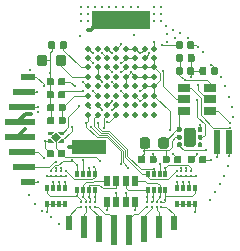
<source format=gbr>
G04 #@! TF.GenerationSoftware,KiCad,Pcbnew,(5.1.5-0-10_14)*
G04 #@! TF.CreationDate,2021-06-01T12:28:28-04:00*
G04 #@! TF.ProjectId,ESLO_RB2,45534c4f-5f52-4423-922e-6b696361645f,rev?*
G04 #@! TF.SameCoordinates,Original*
G04 #@! TF.FileFunction,Copper,L4,Bot*
G04 #@! TF.FilePolarity,Positive*
%FSLAX46Y46*%
G04 Gerber Fmt 4.6, Leading zero omitted, Abs format (unit mm)*
G04 Created by KiCad (PCBNEW (5.1.5-0-10_14)) date 2021-06-01 12:28:28*
%MOMM*%
%LPD*%
G04 APERTURE LIST*
%ADD10R,2.870000X1.220000*%
%ADD11R,5.000000X1.500000*%
%ADD12C,0.100000*%
%ADD13R,0.600000X2.000000*%
%ADD14R,0.600000X1.300000*%
%ADD15R,0.600000X1.900000*%
%ADD16R,0.600000X2.300000*%
%ADD17R,0.600000X2.500000*%
%ADD18R,1.300000X0.600000*%
%ADD19R,1.900000X0.600000*%
%ADD20R,2.300000X0.600000*%
%ADD21R,2.500000X0.600000*%
%ADD22R,1.060000X0.650000*%
%ADD23R,0.500000X0.950000*%
%ADD24C,0.500000*%
%ADD25R,0.220000X0.150000*%
%ADD26R,0.300000X0.560000*%
%ADD27C,0.254000*%
%ADD28C,0.300000*%
%ADD29C,0.101600*%
G04 APERTURE END LIST*
D10*
X213000000Y-90100000D03*
D11*
X215700000Y-79400000D03*
G04 #@! TA.AperFunction,SMDPad,CuDef*
D12*
G36*
X210861958Y-86480710D02*
G01*
X210876276Y-86482834D01*
X210890317Y-86486351D01*
X210903946Y-86491228D01*
X210917031Y-86497417D01*
X210929447Y-86504858D01*
X210941073Y-86513481D01*
X210951798Y-86523202D01*
X210961519Y-86533927D01*
X210970142Y-86545553D01*
X210977583Y-86557969D01*
X210983772Y-86571054D01*
X210988649Y-86584683D01*
X210992166Y-86598724D01*
X210994290Y-86613042D01*
X210995000Y-86627500D01*
X210995000Y-86972500D01*
X210994290Y-86986958D01*
X210992166Y-87001276D01*
X210988649Y-87015317D01*
X210983772Y-87028946D01*
X210977583Y-87042031D01*
X210970142Y-87054447D01*
X210961519Y-87066073D01*
X210951798Y-87076798D01*
X210941073Y-87086519D01*
X210929447Y-87095142D01*
X210917031Y-87102583D01*
X210903946Y-87108772D01*
X210890317Y-87113649D01*
X210876276Y-87117166D01*
X210861958Y-87119290D01*
X210847500Y-87120000D01*
X210552500Y-87120000D01*
X210538042Y-87119290D01*
X210523724Y-87117166D01*
X210509683Y-87113649D01*
X210496054Y-87108772D01*
X210482969Y-87102583D01*
X210470553Y-87095142D01*
X210458927Y-87086519D01*
X210448202Y-87076798D01*
X210438481Y-87066073D01*
X210429858Y-87054447D01*
X210422417Y-87042031D01*
X210416228Y-87028946D01*
X210411351Y-87015317D01*
X210407834Y-87001276D01*
X210405710Y-86986958D01*
X210405000Y-86972500D01*
X210405000Y-86627500D01*
X210405710Y-86613042D01*
X210407834Y-86598724D01*
X210411351Y-86584683D01*
X210416228Y-86571054D01*
X210422417Y-86557969D01*
X210429858Y-86545553D01*
X210438481Y-86533927D01*
X210448202Y-86523202D01*
X210458927Y-86513481D01*
X210470553Y-86504858D01*
X210482969Y-86497417D01*
X210496054Y-86491228D01*
X210509683Y-86486351D01*
X210523724Y-86482834D01*
X210538042Y-86480710D01*
X210552500Y-86480000D01*
X210847500Y-86480000D01*
X210861958Y-86480710D01*
G37*
G04 #@! TD.AperFunction*
G04 #@! TA.AperFunction,SMDPad,CuDef*
G36*
X209891958Y-86480710D02*
G01*
X209906276Y-86482834D01*
X209920317Y-86486351D01*
X209933946Y-86491228D01*
X209947031Y-86497417D01*
X209959447Y-86504858D01*
X209971073Y-86513481D01*
X209981798Y-86523202D01*
X209991519Y-86533927D01*
X210000142Y-86545553D01*
X210007583Y-86557969D01*
X210013772Y-86571054D01*
X210018649Y-86584683D01*
X210022166Y-86598724D01*
X210024290Y-86613042D01*
X210025000Y-86627500D01*
X210025000Y-86972500D01*
X210024290Y-86986958D01*
X210022166Y-87001276D01*
X210018649Y-87015317D01*
X210013772Y-87028946D01*
X210007583Y-87042031D01*
X210000142Y-87054447D01*
X209991519Y-87066073D01*
X209981798Y-87076798D01*
X209971073Y-87086519D01*
X209959447Y-87095142D01*
X209947031Y-87102583D01*
X209933946Y-87108772D01*
X209920317Y-87113649D01*
X209906276Y-87117166D01*
X209891958Y-87119290D01*
X209877500Y-87120000D01*
X209582500Y-87120000D01*
X209568042Y-87119290D01*
X209553724Y-87117166D01*
X209539683Y-87113649D01*
X209526054Y-87108772D01*
X209512969Y-87102583D01*
X209500553Y-87095142D01*
X209488927Y-87086519D01*
X209478202Y-87076798D01*
X209468481Y-87066073D01*
X209459858Y-87054447D01*
X209452417Y-87042031D01*
X209446228Y-87028946D01*
X209441351Y-87015317D01*
X209437834Y-87001276D01*
X209435710Y-86986958D01*
X209435000Y-86972500D01*
X209435000Y-86627500D01*
X209435710Y-86613042D01*
X209437834Y-86598724D01*
X209441351Y-86584683D01*
X209446228Y-86571054D01*
X209452417Y-86557969D01*
X209459858Y-86545553D01*
X209468481Y-86533927D01*
X209478202Y-86523202D01*
X209488927Y-86513481D01*
X209500553Y-86504858D01*
X209512969Y-86497417D01*
X209526054Y-86491228D01*
X209539683Y-86486351D01*
X209553724Y-86482834D01*
X209568042Y-86480710D01*
X209582500Y-86480000D01*
X209877500Y-86480000D01*
X209891958Y-86480710D01*
G37*
G04 #@! TD.AperFunction*
D13*
X223800000Y-89700000D03*
X224800000Y-89700000D03*
D14*
X211250000Y-96580000D03*
D15*
X212520000Y-96880000D03*
D16*
X213790000Y-97080000D03*
D17*
X215060000Y-97180000D03*
X216330000Y-97180000D03*
D16*
X217600000Y-97080000D03*
D15*
X218870000Y-96880000D03*
D14*
X220140000Y-96580000D03*
D18*
X207780000Y-84220000D03*
D19*
X207480000Y-85490000D03*
D20*
X207280000Y-86760000D03*
D21*
X207180000Y-88030000D03*
X207180000Y-89300000D03*
D20*
X207280000Y-90570000D03*
D19*
X207480000Y-91840000D03*
D18*
X207780000Y-93110000D03*
D22*
X223200000Y-86100000D03*
X223200000Y-87050000D03*
X223200000Y-85150000D03*
X221000000Y-85150000D03*
X221000000Y-86100000D03*
X221000000Y-87050000D03*
G04 #@! TA.AperFunction,SMDPad,CuDef*
D12*
G36*
X209764878Y-89325000D02*
G01*
X210175000Y-88914878D01*
X210585122Y-89325000D01*
X210175000Y-89735122D01*
X209764878Y-89325000D01*
G37*
G04 #@! TD.AperFunction*
G04 #@! TA.AperFunction,Conductor*
G36*
X209975000Y-88945711D02*
G01*
X209765711Y-89155000D01*
X209515000Y-89155000D01*
X209515000Y-88845000D01*
X209975000Y-88845000D01*
X209975000Y-88945711D01*
G37*
G04 #@! TD.AperFunction*
G04 #@! TA.AperFunction,Conductor*
G36*
X210835000Y-89155000D02*
G01*
X210584289Y-89155000D01*
X210375000Y-88945711D01*
X210375000Y-88845000D01*
X210835000Y-88845000D01*
X210835000Y-89155000D01*
G37*
G04 #@! TD.AperFunction*
G04 #@! TA.AperFunction,Conductor*
G36*
X210835000Y-89805000D02*
G01*
X210375000Y-89805000D01*
X210375000Y-89704289D01*
X210584289Y-89495000D01*
X210835000Y-89495000D01*
X210835000Y-89805000D01*
G37*
G04 #@! TD.AperFunction*
G04 #@! TA.AperFunction,Conductor*
G36*
X209975000Y-89704289D02*
G01*
X209975000Y-89805000D01*
X209515000Y-89805000D01*
X209515000Y-89495000D01*
X209765711Y-89495000D01*
X209975000Y-89704289D01*
G37*
G04 #@! TD.AperFunction*
G04 #@! TA.AperFunction,SMDPad,CuDef*
G36*
X210836958Y-90380710D02*
G01*
X210851276Y-90382834D01*
X210865317Y-90386351D01*
X210878946Y-90391228D01*
X210892031Y-90397417D01*
X210904447Y-90404858D01*
X210916073Y-90413481D01*
X210926798Y-90423202D01*
X210936519Y-90433927D01*
X210945142Y-90445553D01*
X210952583Y-90457969D01*
X210958772Y-90471054D01*
X210963649Y-90484683D01*
X210967166Y-90498724D01*
X210969290Y-90513042D01*
X210970000Y-90527500D01*
X210970000Y-90872500D01*
X210969290Y-90886958D01*
X210967166Y-90901276D01*
X210963649Y-90915317D01*
X210958772Y-90928946D01*
X210952583Y-90942031D01*
X210945142Y-90954447D01*
X210936519Y-90966073D01*
X210926798Y-90976798D01*
X210916073Y-90986519D01*
X210904447Y-90995142D01*
X210892031Y-91002583D01*
X210878946Y-91008772D01*
X210865317Y-91013649D01*
X210851276Y-91017166D01*
X210836958Y-91019290D01*
X210822500Y-91020000D01*
X210527500Y-91020000D01*
X210513042Y-91019290D01*
X210498724Y-91017166D01*
X210484683Y-91013649D01*
X210471054Y-91008772D01*
X210457969Y-91002583D01*
X210445553Y-90995142D01*
X210433927Y-90986519D01*
X210423202Y-90976798D01*
X210413481Y-90966073D01*
X210404858Y-90954447D01*
X210397417Y-90942031D01*
X210391228Y-90928946D01*
X210386351Y-90915317D01*
X210382834Y-90901276D01*
X210380710Y-90886958D01*
X210380000Y-90872500D01*
X210380000Y-90527500D01*
X210380710Y-90513042D01*
X210382834Y-90498724D01*
X210386351Y-90484683D01*
X210391228Y-90471054D01*
X210397417Y-90457969D01*
X210404858Y-90445553D01*
X210413481Y-90433927D01*
X210423202Y-90423202D01*
X210433927Y-90413481D01*
X210445553Y-90404858D01*
X210457969Y-90397417D01*
X210471054Y-90391228D01*
X210484683Y-90386351D01*
X210498724Y-90382834D01*
X210513042Y-90380710D01*
X210527500Y-90380000D01*
X210822500Y-90380000D01*
X210836958Y-90380710D01*
G37*
G04 #@! TD.AperFunction*
G04 #@! TA.AperFunction,SMDPad,CuDef*
G36*
X209866958Y-90380710D02*
G01*
X209881276Y-90382834D01*
X209895317Y-90386351D01*
X209908946Y-90391228D01*
X209922031Y-90397417D01*
X209934447Y-90404858D01*
X209946073Y-90413481D01*
X209956798Y-90423202D01*
X209966519Y-90433927D01*
X209975142Y-90445553D01*
X209982583Y-90457969D01*
X209988772Y-90471054D01*
X209993649Y-90484683D01*
X209997166Y-90498724D01*
X209999290Y-90513042D01*
X210000000Y-90527500D01*
X210000000Y-90872500D01*
X209999290Y-90886958D01*
X209997166Y-90901276D01*
X209993649Y-90915317D01*
X209988772Y-90928946D01*
X209982583Y-90942031D01*
X209975142Y-90954447D01*
X209966519Y-90966073D01*
X209956798Y-90976798D01*
X209946073Y-90986519D01*
X209934447Y-90995142D01*
X209922031Y-91002583D01*
X209908946Y-91008772D01*
X209895317Y-91013649D01*
X209881276Y-91017166D01*
X209866958Y-91019290D01*
X209852500Y-91020000D01*
X209557500Y-91020000D01*
X209543042Y-91019290D01*
X209528724Y-91017166D01*
X209514683Y-91013649D01*
X209501054Y-91008772D01*
X209487969Y-91002583D01*
X209475553Y-90995142D01*
X209463927Y-90986519D01*
X209453202Y-90976798D01*
X209443481Y-90966073D01*
X209434858Y-90954447D01*
X209427417Y-90942031D01*
X209421228Y-90928946D01*
X209416351Y-90915317D01*
X209412834Y-90901276D01*
X209410710Y-90886958D01*
X209410000Y-90872500D01*
X209410000Y-90527500D01*
X209410710Y-90513042D01*
X209412834Y-90498724D01*
X209416351Y-90484683D01*
X209421228Y-90471054D01*
X209427417Y-90457969D01*
X209434858Y-90445553D01*
X209443481Y-90433927D01*
X209453202Y-90423202D01*
X209463927Y-90413481D01*
X209475553Y-90404858D01*
X209487969Y-90397417D01*
X209501054Y-90391228D01*
X209514683Y-90386351D01*
X209528724Y-90382834D01*
X209543042Y-90380710D01*
X209557500Y-90380000D01*
X209852500Y-90380000D01*
X209866958Y-90380710D01*
G37*
G04 #@! TD.AperFunction*
D23*
X216900000Y-93000000D03*
X216900000Y-94800000D03*
X216100000Y-93000000D03*
X216100000Y-94800000D03*
X215300000Y-93000000D03*
X215300000Y-94800000D03*
X214500000Y-93000000D03*
X214500000Y-94800000D03*
D24*
X212900000Y-81800000D03*
X213700000Y-81800000D03*
X214500000Y-81800000D03*
X215300000Y-81800000D03*
X216100000Y-81800000D03*
X216900000Y-81800000D03*
X217700000Y-81800000D03*
X218500000Y-81800000D03*
X212900000Y-82600000D03*
X213700000Y-82600000D03*
X214500000Y-82600000D03*
X215300000Y-82600000D03*
X216100000Y-82600000D03*
X216900000Y-82600000D03*
X217700000Y-82600000D03*
X218500000Y-82600000D03*
X212900000Y-83400000D03*
X213700000Y-83400000D03*
X214500000Y-83400000D03*
X215300000Y-83400000D03*
X216100000Y-83400000D03*
X216900000Y-83400000D03*
X217700000Y-83400000D03*
X218500000Y-83400000D03*
X212900000Y-84200000D03*
X213700000Y-84200000D03*
X214500000Y-84200000D03*
X215300000Y-84200000D03*
X216100000Y-84200000D03*
X216900000Y-84200000D03*
X217700000Y-84200000D03*
X218500000Y-84200000D03*
X212900000Y-85000000D03*
X213700000Y-85000000D03*
X214500000Y-85000000D03*
X215300000Y-85000000D03*
X216100000Y-85000000D03*
X216900000Y-85000000D03*
X217700000Y-85000000D03*
X218500000Y-85000000D03*
X212900000Y-85800000D03*
X213700000Y-85800000D03*
X214500000Y-85800000D03*
X215300000Y-85800000D03*
X216100000Y-85800000D03*
X216900000Y-85800000D03*
X217700000Y-85800000D03*
X218500000Y-85800000D03*
X212900000Y-86600000D03*
X213700000Y-86600000D03*
X214500000Y-86600000D03*
X215300000Y-86600000D03*
X216100000Y-86600000D03*
X216900000Y-86600000D03*
X217700000Y-86600000D03*
X218500000Y-86600000D03*
X212900000Y-87400000D03*
X213700000Y-87400000D03*
X214500000Y-87400000D03*
X215300000Y-87400000D03*
X216100000Y-87400000D03*
X216900000Y-87400000D03*
X217700000Y-87400000D03*
X218500000Y-87400000D03*
G04 #@! TA.AperFunction,SMDPad,CuDef*
D12*
G36*
X220727939Y-88450451D02*
G01*
X220737040Y-88451801D01*
X220745964Y-88454037D01*
X220754627Y-88457136D01*
X220762943Y-88461070D01*
X220770835Y-88465800D01*
X220778224Y-88471280D01*
X220785041Y-88477459D01*
X220791220Y-88484276D01*
X220796700Y-88491665D01*
X220801430Y-88499557D01*
X220805364Y-88507873D01*
X220808463Y-88516536D01*
X220810699Y-88525460D01*
X220812049Y-88534561D01*
X220812500Y-88543750D01*
X220812500Y-88756250D01*
X220812049Y-88765439D01*
X220810699Y-88774540D01*
X220808463Y-88783464D01*
X220805364Y-88792127D01*
X220801430Y-88800443D01*
X220796700Y-88808335D01*
X220791220Y-88815724D01*
X220785041Y-88822541D01*
X220778224Y-88828720D01*
X220770835Y-88834200D01*
X220762943Y-88838930D01*
X220754627Y-88842864D01*
X220745964Y-88845963D01*
X220737040Y-88848199D01*
X220727939Y-88849549D01*
X220718750Y-88850000D01*
X220531250Y-88850000D01*
X220522061Y-88849549D01*
X220512960Y-88848199D01*
X220504036Y-88845963D01*
X220495373Y-88842864D01*
X220487057Y-88838930D01*
X220479165Y-88834200D01*
X220471776Y-88828720D01*
X220464959Y-88822541D01*
X220458780Y-88815724D01*
X220453300Y-88808335D01*
X220448570Y-88800443D01*
X220444636Y-88792127D01*
X220441537Y-88783464D01*
X220439301Y-88774540D01*
X220437951Y-88765439D01*
X220437500Y-88756250D01*
X220437500Y-88543750D01*
X220437951Y-88534561D01*
X220439301Y-88525460D01*
X220441537Y-88516536D01*
X220444636Y-88507873D01*
X220448570Y-88499557D01*
X220453300Y-88491665D01*
X220458780Y-88484276D01*
X220464959Y-88477459D01*
X220471776Y-88471280D01*
X220479165Y-88465800D01*
X220487057Y-88461070D01*
X220495373Y-88457136D01*
X220504036Y-88454037D01*
X220512960Y-88451801D01*
X220522061Y-88450451D01*
X220531250Y-88450000D01*
X220718750Y-88450000D01*
X220727939Y-88450451D01*
G37*
G04 #@! TD.AperFunction*
G04 #@! TA.AperFunction,SMDPad,CuDef*
G36*
X220727939Y-89100451D02*
G01*
X220737040Y-89101801D01*
X220745964Y-89104037D01*
X220754627Y-89107136D01*
X220762943Y-89111070D01*
X220770835Y-89115800D01*
X220778224Y-89121280D01*
X220785041Y-89127459D01*
X220791220Y-89134276D01*
X220796700Y-89141665D01*
X220801430Y-89149557D01*
X220805364Y-89157873D01*
X220808463Y-89166536D01*
X220810699Y-89175460D01*
X220812049Y-89184561D01*
X220812500Y-89193750D01*
X220812500Y-89406250D01*
X220812049Y-89415439D01*
X220810699Y-89424540D01*
X220808463Y-89433464D01*
X220805364Y-89442127D01*
X220801430Y-89450443D01*
X220796700Y-89458335D01*
X220791220Y-89465724D01*
X220785041Y-89472541D01*
X220778224Y-89478720D01*
X220770835Y-89484200D01*
X220762943Y-89488930D01*
X220754627Y-89492864D01*
X220745964Y-89495963D01*
X220737040Y-89498199D01*
X220727939Y-89499549D01*
X220718750Y-89500000D01*
X220531250Y-89500000D01*
X220522061Y-89499549D01*
X220512960Y-89498199D01*
X220504036Y-89495963D01*
X220495373Y-89492864D01*
X220487057Y-89488930D01*
X220479165Y-89484200D01*
X220471776Y-89478720D01*
X220464959Y-89472541D01*
X220458780Y-89465724D01*
X220453300Y-89458335D01*
X220448570Y-89450443D01*
X220444636Y-89442127D01*
X220441537Y-89433464D01*
X220439301Y-89424540D01*
X220437951Y-89415439D01*
X220437500Y-89406250D01*
X220437500Y-89193750D01*
X220437951Y-89184561D01*
X220439301Y-89175460D01*
X220441537Y-89166536D01*
X220444636Y-89157873D01*
X220448570Y-89149557D01*
X220453300Y-89141665D01*
X220458780Y-89134276D01*
X220464959Y-89127459D01*
X220471776Y-89121280D01*
X220479165Y-89115800D01*
X220487057Y-89111070D01*
X220495373Y-89107136D01*
X220504036Y-89104037D01*
X220512960Y-89101801D01*
X220522061Y-89100451D01*
X220531250Y-89100000D01*
X220718750Y-89100000D01*
X220727939Y-89100451D01*
G37*
G04 #@! TD.AperFunction*
G04 #@! TA.AperFunction,SMDPad,CuDef*
G36*
X220727939Y-89750451D02*
G01*
X220737040Y-89751801D01*
X220745964Y-89754037D01*
X220754627Y-89757136D01*
X220762943Y-89761070D01*
X220770835Y-89765800D01*
X220778224Y-89771280D01*
X220785041Y-89777459D01*
X220791220Y-89784276D01*
X220796700Y-89791665D01*
X220801430Y-89799557D01*
X220805364Y-89807873D01*
X220808463Y-89816536D01*
X220810699Y-89825460D01*
X220812049Y-89834561D01*
X220812500Y-89843750D01*
X220812500Y-90056250D01*
X220812049Y-90065439D01*
X220810699Y-90074540D01*
X220808463Y-90083464D01*
X220805364Y-90092127D01*
X220801430Y-90100443D01*
X220796700Y-90108335D01*
X220791220Y-90115724D01*
X220785041Y-90122541D01*
X220778224Y-90128720D01*
X220770835Y-90134200D01*
X220762943Y-90138930D01*
X220754627Y-90142864D01*
X220745964Y-90145963D01*
X220737040Y-90148199D01*
X220727939Y-90149549D01*
X220718750Y-90150000D01*
X220531250Y-90150000D01*
X220522061Y-90149549D01*
X220512960Y-90148199D01*
X220504036Y-90145963D01*
X220495373Y-90142864D01*
X220487057Y-90138930D01*
X220479165Y-90134200D01*
X220471776Y-90128720D01*
X220464959Y-90122541D01*
X220458780Y-90115724D01*
X220453300Y-90108335D01*
X220448570Y-90100443D01*
X220444636Y-90092127D01*
X220441537Y-90083464D01*
X220439301Y-90074540D01*
X220437951Y-90065439D01*
X220437500Y-90056250D01*
X220437500Y-89843750D01*
X220437951Y-89834561D01*
X220439301Y-89825460D01*
X220441537Y-89816536D01*
X220444636Y-89807873D01*
X220448570Y-89799557D01*
X220453300Y-89791665D01*
X220458780Y-89784276D01*
X220464959Y-89777459D01*
X220471776Y-89771280D01*
X220479165Y-89765800D01*
X220487057Y-89761070D01*
X220495373Y-89757136D01*
X220504036Y-89754037D01*
X220512960Y-89751801D01*
X220522061Y-89750451D01*
X220531250Y-89750000D01*
X220718750Y-89750000D01*
X220727939Y-89750451D01*
G37*
G04 #@! TD.AperFunction*
G04 #@! TA.AperFunction,SMDPad,CuDef*
G36*
X222502939Y-89750451D02*
G01*
X222512040Y-89751801D01*
X222520964Y-89754037D01*
X222529627Y-89757136D01*
X222537943Y-89761070D01*
X222545835Y-89765800D01*
X222553224Y-89771280D01*
X222560041Y-89777459D01*
X222566220Y-89784276D01*
X222571700Y-89791665D01*
X222576430Y-89799557D01*
X222580364Y-89807873D01*
X222583463Y-89816536D01*
X222585699Y-89825460D01*
X222587049Y-89834561D01*
X222587500Y-89843750D01*
X222587500Y-90056250D01*
X222587049Y-90065439D01*
X222585699Y-90074540D01*
X222583463Y-90083464D01*
X222580364Y-90092127D01*
X222576430Y-90100443D01*
X222571700Y-90108335D01*
X222566220Y-90115724D01*
X222560041Y-90122541D01*
X222553224Y-90128720D01*
X222545835Y-90134200D01*
X222537943Y-90138930D01*
X222529627Y-90142864D01*
X222520964Y-90145963D01*
X222512040Y-90148199D01*
X222502939Y-90149549D01*
X222493750Y-90150000D01*
X222306250Y-90150000D01*
X222297061Y-90149549D01*
X222287960Y-90148199D01*
X222279036Y-90145963D01*
X222270373Y-90142864D01*
X222262057Y-90138930D01*
X222254165Y-90134200D01*
X222246776Y-90128720D01*
X222239959Y-90122541D01*
X222233780Y-90115724D01*
X222228300Y-90108335D01*
X222223570Y-90100443D01*
X222219636Y-90092127D01*
X222216537Y-90083464D01*
X222214301Y-90074540D01*
X222212951Y-90065439D01*
X222212500Y-90056250D01*
X222212500Y-89843750D01*
X222212951Y-89834561D01*
X222214301Y-89825460D01*
X222216537Y-89816536D01*
X222219636Y-89807873D01*
X222223570Y-89799557D01*
X222228300Y-89791665D01*
X222233780Y-89784276D01*
X222239959Y-89777459D01*
X222246776Y-89771280D01*
X222254165Y-89765800D01*
X222262057Y-89761070D01*
X222270373Y-89757136D01*
X222279036Y-89754037D01*
X222287960Y-89751801D01*
X222297061Y-89750451D01*
X222306250Y-89750000D01*
X222493750Y-89750000D01*
X222502939Y-89750451D01*
G37*
G04 #@! TD.AperFunction*
G04 #@! TA.AperFunction,SMDPad,CuDef*
G36*
X222502939Y-89100451D02*
G01*
X222512040Y-89101801D01*
X222520964Y-89104037D01*
X222529627Y-89107136D01*
X222537943Y-89111070D01*
X222545835Y-89115800D01*
X222553224Y-89121280D01*
X222560041Y-89127459D01*
X222566220Y-89134276D01*
X222571700Y-89141665D01*
X222576430Y-89149557D01*
X222580364Y-89157873D01*
X222583463Y-89166536D01*
X222585699Y-89175460D01*
X222587049Y-89184561D01*
X222587500Y-89193750D01*
X222587500Y-89406250D01*
X222587049Y-89415439D01*
X222585699Y-89424540D01*
X222583463Y-89433464D01*
X222580364Y-89442127D01*
X222576430Y-89450443D01*
X222571700Y-89458335D01*
X222566220Y-89465724D01*
X222560041Y-89472541D01*
X222553224Y-89478720D01*
X222545835Y-89484200D01*
X222537943Y-89488930D01*
X222529627Y-89492864D01*
X222520964Y-89495963D01*
X222512040Y-89498199D01*
X222502939Y-89499549D01*
X222493750Y-89500000D01*
X222306250Y-89500000D01*
X222297061Y-89499549D01*
X222287960Y-89498199D01*
X222279036Y-89495963D01*
X222270373Y-89492864D01*
X222262057Y-89488930D01*
X222254165Y-89484200D01*
X222246776Y-89478720D01*
X222239959Y-89472541D01*
X222233780Y-89465724D01*
X222228300Y-89458335D01*
X222223570Y-89450443D01*
X222219636Y-89442127D01*
X222216537Y-89433464D01*
X222214301Y-89424540D01*
X222212951Y-89415439D01*
X222212500Y-89406250D01*
X222212500Y-89193750D01*
X222212951Y-89184561D01*
X222214301Y-89175460D01*
X222216537Y-89166536D01*
X222219636Y-89157873D01*
X222223570Y-89149557D01*
X222228300Y-89141665D01*
X222233780Y-89134276D01*
X222239959Y-89127459D01*
X222246776Y-89121280D01*
X222254165Y-89115800D01*
X222262057Y-89111070D01*
X222270373Y-89107136D01*
X222279036Y-89104037D01*
X222287960Y-89101801D01*
X222297061Y-89100451D01*
X222306250Y-89100000D01*
X222493750Y-89100000D01*
X222502939Y-89100451D01*
G37*
G04 #@! TD.AperFunction*
G04 #@! TA.AperFunction,SMDPad,CuDef*
G36*
X222502939Y-88450451D02*
G01*
X222512040Y-88451801D01*
X222520964Y-88454037D01*
X222529627Y-88457136D01*
X222537943Y-88461070D01*
X222545835Y-88465800D01*
X222553224Y-88471280D01*
X222560041Y-88477459D01*
X222566220Y-88484276D01*
X222571700Y-88491665D01*
X222576430Y-88499557D01*
X222580364Y-88507873D01*
X222583463Y-88516536D01*
X222585699Y-88525460D01*
X222587049Y-88534561D01*
X222587500Y-88543750D01*
X222587500Y-88756250D01*
X222587049Y-88765439D01*
X222585699Y-88774540D01*
X222583463Y-88783464D01*
X222580364Y-88792127D01*
X222576430Y-88800443D01*
X222571700Y-88808335D01*
X222566220Y-88815724D01*
X222560041Y-88822541D01*
X222553224Y-88828720D01*
X222545835Y-88834200D01*
X222537943Y-88838930D01*
X222529627Y-88842864D01*
X222520964Y-88845963D01*
X222512040Y-88848199D01*
X222502939Y-88849549D01*
X222493750Y-88850000D01*
X222306250Y-88850000D01*
X222297061Y-88849549D01*
X222287960Y-88848199D01*
X222279036Y-88845963D01*
X222270373Y-88842864D01*
X222262057Y-88838930D01*
X222254165Y-88834200D01*
X222246776Y-88828720D01*
X222239959Y-88822541D01*
X222233780Y-88815724D01*
X222228300Y-88808335D01*
X222223570Y-88800443D01*
X222219636Y-88792127D01*
X222216537Y-88783464D01*
X222214301Y-88774540D01*
X222212951Y-88765439D01*
X222212500Y-88756250D01*
X222212500Y-88543750D01*
X222212951Y-88534561D01*
X222214301Y-88525460D01*
X222216537Y-88516536D01*
X222219636Y-88507873D01*
X222223570Y-88499557D01*
X222228300Y-88491665D01*
X222233780Y-88484276D01*
X222239959Y-88477459D01*
X222246776Y-88471280D01*
X222254165Y-88465800D01*
X222262057Y-88461070D01*
X222270373Y-88457136D01*
X222279036Y-88454037D01*
X222287960Y-88451801D01*
X222297061Y-88450451D01*
X222306250Y-88450000D01*
X222493750Y-88450000D01*
X222502939Y-88450451D01*
G37*
G04 #@! TD.AperFunction*
G04 #@! TA.AperFunction,SMDPad,CuDef*
G36*
X221787004Y-88501204D02*
G01*
X221811273Y-88504804D01*
X221835071Y-88510765D01*
X221858171Y-88519030D01*
X221880349Y-88529520D01*
X221901393Y-88542133D01*
X221921098Y-88556747D01*
X221939277Y-88573223D01*
X221955753Y-88591402D01*
X221970367Y-88611107D01*
X221982980Y-88632151D01*
X221993470Y-88654329D01*
X222001735Y-88677429D01*
X222007696Y-88701227D01*
X222011296Y-88725496D01*
X222012500Y-88750000D01*
X222012500Y-89850000D01*
X222011296Y-89874504D01*
X222007696Y-89898773D01*
X222001735Y-89922571D01*
X221993470Y-89945671D01*
X221982980Y-89967849D01*
X221970367Y-89988893D01*
X221955753Y-90008598D01*
X221939277Y-90026777D01*
X221921098Y-90043253D01*
X221901393Y-90057867D01*
X221880349Y-90070480D01*
X221858171Y-90080970D01*
X221835071Y-90089235D01*
X221811273Y-90095196D01*
X221787004Y-90098796D01*
X221762500Y-90100000D01*
X221262500Y-90100000D01*
X221237996Y-90098796D01*
X221213727Y-90095196D01*
X221189929Y-90089235D01*
X221166829Y-90080970D01*
X221144651Y-90070480D01*
X221123607Y-90057867D01*
X221103902Y-90043253D01*
X221085723Y-90026777D01*
X221069247Y-90008598D01*
X221054633Y-89988893D01*
X221042020Y-89967849D01*
X221031530Y-89945671D01*
X221023265Y-89922571D01*
X221017304Y-89898773D01*
X221013704Y-89874504D01*
X221012500Y-89850000D01*
X221012500Y-88750000D01*
X221013704Y-88725496D01*
X221017304Y-88701227D01*
X221023265Y-88677429D01*
X221031530Y-88654329D01*
X221042020Y-88632151D01*
X221054633Y-88611107D01*
X221069247Y-88591402D01*
X221085723Y-88573223D01*
X221103902Y-88556747D01*
X221123607Y-88542133D01*
X221144651Y-88529520D01*
X221166829Y-88519030D01*
X221189929Y-88510765D01*
X221213727Y-88504804D01*
X221237996Y-88501204D01*
X221262500Y-88500000D01*
X221762500Y-88500000D01*
X221787004Y-88501204D01*
G37*
G04 #@! TD.AperFunction*
D25*
X221600000Y-92200000D03*
X221600000Y-92600000D03*
X221200000Y-92200000D03*
X221200000Y-92600000D03*
X220800000Y-92200000D03*
X220800000Y-92600000D03*
X220400000Y-92200000D03*
X220400000Y-92600000D03*
X211000000Y-92200000D03*
X211000000Y-92600000D03*
X210600000Y-92200000D03*
X210600000Y-92600000D03*
X210200000Y-92200000D03*
X210200000Y-92600000D03*
X209800000Y-92200000D03*
X209800000Y-92600000D03*
X217900000Y-95200000D03*
X217900000Y-94800000D03*
X218300000Y-95200000D03*
X218300000Y-94800000D03*
X218700000Y-95200000D03*
X218700000Y-94800000D03*
X219100000Y-95200000D03*
X219100000Y-94800000D03*
X212300000Y-95200000D03*
X212300000Y-94800000D03*
X212700000Y-95200000D03*
X212700000Y-94800000D03*
X213100000Y-95200000D03*
X213100000Y-94800000D03*
X213500000Y-95200000D03*
X213500000Y-94800000D03*
G04 #@! TA.AperFunction,SMDPad,CuDef*
D12*
G36*
X220791958Y-83380710D02*
G01*
X220806276Y-83382834D01*
X220820317Y-83386351D01*
X220833946Y-83391228D01*
X220847031Y-83397417D01*
X220859447Y-83404858D01*
X220871073Y-83413481D01*
X220881798Y-83423202D01*
X220891519Y-83433927D01*
X220900142Y-83445553D01*
X220907583Y-83457969D01*
X220913772Y-83471054D01*
X220918649Y-83484683D01*
X220922166Y-83498724D01*
X220924290Y-83513042D01*
X220925000Y-83527500D01*
X220925000Y-83872500D01*
X220924290Y-83886958D01*
X220922166Y-83901276D01*
X220918649Y-83915317D01*
X220913772Y-83928946D01*
X220907583Y-83942031D01*
X220900142Y-83954447D01*
X220891519Y-83966073D01*
X220881798Y-83976798D01*
X220871073Y-83986519D01*
X220859447Y-83995142D01*
X220847031Y-84002583D01*
X220833946Y-84008772D01*
X220820317Y-84013649D01*
X220806276Y-84017166D01*
X220791958Y-84019290D01*
X220777500Y-84020000D01*
X220482500Y-84020000D01*
X220468042Y-84019290D01*
X220453724Y-84017166D01*
X220439683Y-84013649D01*
X220426054Y-84008772D01*
X220412969Y-84002583D01*
X220400553Y-83995142D01*
X220388927Y-83986519D01*
X220378202Y-83976798D01*
X220368481Y-83966073D01*
X220359858Y-83954447D01*
X220352417Y-83942031D01*
X220346228Y-83928946D01*
X220341351Y-83915317D01*
X220337834Y-83901276D01*
X220335710Y-83886958D01*
X220335000Y-83872500D01*
X220335000Y-83527500D01*
X220335710Y-83513042D01*
X220337834Y-83498724D01*
X220341351Y-83484683D01*
X220346228Y-83471054D01*
X220352417Y-83457969D01*
X220359858Y-83445553D01*
X220368481Y-83433927D01*
X220378202Y-83423202D01*
X220388927Y-83413481D01*
X220400553Y-83404858D01*
X220412969Y-83397417D01*
X220426054Y-83391228D01*
X220439683Y-83386351D01*
X220453724Y-83382834D01*
X220468042Y-83380710D01*
X220482500Y-83380000D01*
X220777500Y-83380000D01*
X220791958Y-83380710D01*
G37*
G04 #@! TD.AperFunction*
G04 #@! TA.AperFunction,SMDPad,CuDef*
G36*
X221761958Y-83380710D02*
G01*
X221776276Y-83382834D01*
X221790317Y-83386351D01*
X221803946Y-83391228D01*
X221817031Y-83397417D01*
X221829447Y-83404858D01*
X221841073Y-83413481D01*
X221851798Y-83423202D01*
X221861519Y-83433927D01*
X221870142Y-83445553D01*
X221877583Y-83457969D01*
X221883772Y-83471054D01*
X221888649Y-83484683D01*
X221892166Y-83498724D01*
X221894290Y-83513042D01*
X221895000Y-83527500D01*
X221895000Y-83872500D01*
X221894290Y-83886958D01*
X221892166Y-83901276D01*
X221888649Y-83915317D01*
X221883772Y-83928946D01*
X221877583Y-83942031D01*
X221870142Y-83954447D01*
X221861519Y-83966073D01*
X221851798Y-83976798D01*
X221841073Y-83986519D01*
X221829447Y-83995142D01*
X221817031Y-84002583D01*
X221803946Y-84008772D01*
X221790317Y-84013649D01*
X221776276Y-84017166D01*
X221761958Y-84019290D01*
X221747500Y-84020000D01*
X221452500Y-84020000D01*
X221438042Y-84019290D01*
X221423724Y-84017166D01*
X221409683Y-84013649D01*
X221396054Y-84008772D01*
X221382969Y-84002583D01*
X221370553Y-83995142D01*
X221358927Y-83986519D01*
X221348202Y-83976798D01*
X221338481Y-83966073D01*
X221329858Y-83954447D01*
X221322417Y-83942031D01*
X221316228Y-83928946D01*
X221311351Y-83915317D01*
X221307834Y-83901276D01*
X221305710Y-83886958D01*
X221305000Y-83872500D01*
X221305000Y-83527500D01*
X221305710Y-83513042D01*
X221307834Y-83498724D01*
X221311351Y-83484683D01*
X221316228Y-83471054D01*
X221322417Y-83457969D01*
X221329858Y-83445553D01*
X221338481Y-83433927D01*
X221348202Y-83423202D01*
X221358927Y-83413481D01*
X221370553Y-83404858D01*
X221382969Y-83397417D01*
X221396054Y-83391228D01*
X221409683Y-83386351D01*
X221423724Y-83382834D01*
X221438042Y-83380710D01*
X221452500Y-83380000D01*
X221747500Y-83380000D01*
X221761958Y-83380710D01*
G37*
G04 #@! TD.AperFunction*
G04 #@! TA.AperFunction,SMDPad,CuDef*
G36*
X222791958Y-83380710D02*
G01*
X222806276Y-83382834D01*
X222820317Y-83386351D01*
X222833946Y-83391228D01*
X222847031Y-83397417D01*
X222859447Y-83404858D01*
X222871073Y-83413481D01*
X222881798Y-83423202D01*
X222891519Y-83433927D01*
X222900142Y-83445553D01*
X222907583Y-83457969D01*
X222913772Y-83471054D01*
X222918649Y-83484683D01*
X222922166Y-83498724D01*
X222924290Y-83513042D01*
X222925000Y-83527500D01*
X222925000Y-83872500D01*
X222924290Y-83886958D01*
X222922166Y-83901276D01*
X222918649Y-83915317D01*
X222913772Y-83928946D01*
X222907583Y-83942031D01*
X222900142Y-83954447D01*
X222891519Y-83966073D01*
X222881798Y-83976798D01*
X222871073Y-83986519D01*
X222859447Y-83995142D01*
X222847031Y-84002583D01*
X222833946Y-84008772D01*
X222820317Y-84013649D01*
X222806276Y-84017166D01*
X222791958Y-84019290D01*
X222777500Y-84020000D01*
X222482500Y-84020000D01*
X222468042Y-84019290D01*
X222453724Y-84017166D01*
X222439683Y-84013649D01*
X222426054Y-84008772D01*
X222412969Y-84002583D01*
X222400553Y-83995142D01*
X222388927Y-83986519D01*
X222378202Y-83976798D01*
X222368481Y-83966073D01*
X222359858Y-83954447D01*
X222352417Y-83942031D01*
X222346228Y-83928946D01*
X222341351Y-83915317D01*
X222337834Y-83901276D01*
X222335710Y-83886958D01*
X222335000Y-83872500D01*
X222335000Y-83527500D01*
X222335710Y-83513042D01*
X222337834Y-83498724D01*
X222341351Y-83484683D01*
X222346228Y-83471054D01*
X222352417Y-83457969D01*
X222359858Y-83445553D01*
X222368481Y-83433927D01*
X222378202Y-83423202D01*
X222388927Y-83413481D01*
X222400553Y-83404858D01*
X222412969Y-83397417D01*
X222426054Y-83391228D01*
X222439683Y-83386351D01*
X222453724Y-83382834D01*
X222468042Y-83380710D01*
X222482500Y-83380000D01*
X222777500Y-83380000D01*
X222791958Y-83380710D01*
G37*
G04 #@! TD.AperFunction*
G04 #@! TA.AperFunction,SMDPad,CuDef*
G36*
X223761958Y-83380710D02*
G01*
X223776276Y-83382834D01*
X223790317Y-83386351D01*
X223803946Y-83391228D01*
X223817031Y-83397417D01*
X223829447Y-83404858D01*
X223841073Y-83413481D01*
X223851798Y-83423202D01*
X223861519Y-83433927D01*
X223870142Y-83445553D01*
X223877583Y-83457969D01*
X223883772Y-83471054D01*
X223888649Y-83484683D01*
X223892166Y-83498724D01*
X223894290Y-83513042D01*
X223895000Y-83527500D01*
X223895000Y-83872500D01*
X223894290Y-83886958D01*
X223892166Y-83901276D01*
X223888649Y-83915317D01*
X223883772Y-83928946D01*
X223877583Y-83942031D01*
X223870142Y-83954447D01*
X223861519Y-83966073D01*
X223851798Y-83976798D01*
X223841073Y-83986519D01*
X223829447Y-83995142D01*
X223817031Y-84002583D01*
X223803946Y-84008772D01*
X223790317Y-84013649D01*
X223776276Y-84017166D01*
X223761958Y-84019290D01*
X223747500Y-84020000D01*
X223452500Y-84020000D01*
X223438042Y-84019290D01*
X223423724Y-84017166D01*
X223409683Y-84013649D01*
X223396054Y-84008772D01*
X223382969Y-84002583D01*
X223370553Y-83995142D01*
X223358927Y-83986519D01*
X223348202Y-83976798D01*
X223338481Y-83966073D01*
X223329858Y-83954447D01*
X223322417Y-83942031D01*
X223316228Y-83928946D01*
X223311351Y-83915317D01*
X223307834Y-83901276D01*
X223305710Y-83886958D01*
X223305000Y-83872500D01*
X223305000Y-83527500D01*
X223305710Y-83513042D01*
X223307834Y-83498724D01*
X223311351Y-83484683D01*
X223316228Y-83471054D01*
X223322417Y-83457969D01*
X223329858Y-83445553D01*
X223338481Y-83433927D01*
X223348202Y-83423202D01*
X223358927Y-83413481D01*
X223370553Y-83404858D01*
X223382969Y-83397417D01*
X223396054Y-83391228D01*
X223409683Y-83386351D01*
X223423724Y-83382834D01*
X223438042Y-83380710D01*
X223452500Y-83380000D01*
X223747500Y-83380000D01*
X223761958Y-83380710D01*
G37*
G04 #@! TD.AperFunction*
D26*
X217950000Y-93760000D03*
X217950000Y-92440000D03*
X218450000Y-93760000D03*
X218450000Y-92440000D03*
X218950000Y-93760000D03*
X218950000Y-92440000D03*
X219450000Y-93760000D03*
X219450000Y-92440000D03*
X211950000Y-93760000D03*
X211950000Y-92440000D03*
X212450000Y-93760000D03*
X212450000Y-92440000D03*
X212950000Y-93760000D03*
X212950000Y-92440000D03*
X213450000Y-93760000D03*
X213450000Y-92440000D03*
X221950000Y-93640000D03*
X221950000Y-94960000D03*
X221450000Y-93640000D03*
X221450000Y-94960000D03*
X220950000Y-93640000D03*
X220950000Y-94960000D03*
X220450000Y-93640000D03*
X220450000Y-94960000D03*
X210950000Y-93640000D03*
X210950000Y-94960000D03*
X210450000Y-93640000D03*
X210450000Y-94960000D03*
X209950000Y-93640000D03*
X209950000Y-94960000D03*
X209450000Y-93640000D03*
X209450000Y-94960000D03*
G04 #@! TA.AperFunction,SMDPad,CuDef*
D12*
G36*
X210861958Y-87580710D02*
G01*
X210876276Y-87582834D01*
X210890317Y-87586351D01*
X210903946Y-87591228D01*
X210917031Y-87597417D01*
X210929447Y-87604858D01*
X210941073Y-87613481D01*
X210951798Y-87623202D01*
X210961519Y-87633927D01*
X210970142Y-87645553D01*
X210977583Y-87657969D01*
X210983772Y-87671054D01*
X210988649Y-87684683D01*
X210992166Y-87698724D01*
X210994290Y-87713042D01*
X210995000Y-87727500D01*
X210995000Y-88072500D01*
X210994290Y-88086958D01*
X210992166Y-88101276D01*
X210988649Y-88115317D01*
X210983772Y-88128946D01*
X210977583Y-88142031D01*
X210970142Y-88154447D01*
X210961519Y-88166073D01*
X210951798Y-88176798D01*
X210941073Y-88186519D01*
X210929447Y-88195142D01*
X210917031Y-88202583D01*
X210903946Y-88208772D01*
X210890317Y-88213649D01*
X210876276Y-88217166D01*
X210861958Y-88219290D01*
X210847500Y-88220000D01*
X210552500Y-88220000D01*
X210538042Y-88219290D01*
X210523724Y-88217166D01*
X210509683Y-88213649D01*
X210496054Y-88208772D01*
X210482969Y-88202583D01*
X210470553Y-88195142D01*
X210458927Y-88186519D01*
X210448202Y-88176798D01*
X210438481Y-88166073D01*
X210429858Y-88154447D01*
X210422417Y-88142031D01*
X210416228Y-88128946D01*
X210411351Y-88115317D01*
X210407834Y-88101276D01*
X210405710Y-88086958D01*
X210405000Y-88072500D01*
X210405000Y-87727500D01*
X210405710Y-87713042D01*
X210407834Y-87698724D01*
X210411351Y-87684683D01*
X210416228Y-87671054D01*
X210422417Y-87657969D01*
X210429858Y-87645553D01*
X210438481Y-87633927D01*
X210448202Y-87623202D01*
X210458927Y-87613481D01*
X210470553Y-87604858D01*
X210482969Y-87597417D01*
X210496054Y-87591228D01*
X210509683Y-87586351D01*
X210523724Y-87582834D01*
X210538042Y-87580710D01*
X210552500Y-87580000D01*
X210847500Y-87580000D01*
X210861958Y-87580710D01*
G37*
G04 #@! TD.AperFunction*
G04 #@! TA.AperFunction,SMDPad,CuDef*
G36*
X209891958Y-87580710D02*
G01*
X209906276Y-87582834D01*
X209920317Y-87586351D01*
X209933946Y-87591228D01*
X209947031Y-87597417D01*
X209959447Y-87604858D01*
X209971073Y-87613481D01*
X209981798Y-87623202D01*
X209991519Y-87633927D01*
X210000142Y-87645553D01*
X210007583Y-87657969D01*
X210013772Y-87671054D01*
X210018649Y-87684683D01*
X210022166Y-87698724D01*
X210024290Y-87713042D01*
X210025000Y-87727500D01*
X210025000Y-88072500D01*
X210024290Y-88086958D01*
X210022166Y-88101276D01*
X210018649Y-88115317D01*
X210013772Y-88128946D01*
X210007583Y-88142031D01*
X210000142Y-88154447D01*
X209991519Y-88166073D01*
X209981798Y-88176798D01*
X209971073Y-88186519D01*
X209959447Y-88195142D01*
X209947031Y-88202583D01*
X209933946Y-88208772D01*
X209920317Y-88213649D01*
X209906276Y-88217166D01*
X209891958Y-88219290D01*
X209877500Y-88220000D01*
X209582500Y-88220000D01*
X209568042Y-88219290D01*
X209553724Y-88217166D01*
X209539683Y-88213649D01*
X209526054Y-88208772D01*
X209512969Y-88202583D01*
X209500553Y-88195142D01*
X209488927Y-88186519D01*
X209478202Y-88176798D01*
X209468481Y-88166073D01*
X209459858Y-88154447D01*
X209452417Y-88142031D01*
X209446228Y-88128946D01*
X209441351Y-88115317D01*
X209437834Y-88101276D01*
X209435710Y-88086958D01*
X209435000Y-88072500D01*
X209435000Y-87727500D01*
X209435710Y-87713042D01*
X209437834Y-87698724D01*
X209441351Y-87684683D01*
X209446228Y-87671054D01*
X209452417Y-87657969D01*
X209459858Y-87645553D01*
X209468481Y-87633927D01*
X209478202Y-87623202D01*
X209488927Y-87613481D01*
X209500553Y-87604858D01*
X209512969Y-87597417D01*
X209526054Y-87591228D01*
X209539683Y-87586351D01*
X209553724Y-87582834D01*
X209568042Y-87580710D01*
X209582500Y-87580000D01*
X209877500Y-87580000D01*
X209891958Y-87580710D01*
G37*
G04 #@! TD.AperFunction*
G04 #@! TA.AperFunction,SMDPad,CuDef*
G36*
X217591958Y-90880710D02*
G01*
X217606276Y-90882834D01*
X217620317Y-90886351D01*
X217633946Y-90891228D01*
X217647031Y-90897417D01*
X217659447Y-90904858D01*
X217671073Y-90913481D01*
X217681798Y-90923202D01*
X217691519Y-90933927D01*
X217700142Y-90945553D01*
X217707583Y-90957969D01*
X217713772Y-90971054D01*
X217718649Y-90984683D01*
X217722166Y-90998724D01*
X217724290Y-91013042D01*
X217725000Y-91027500D01*
X217725000Y-91372500D01*
X217724290Y-91386958D01*
X217722166Y-91401276D01*
X217718649Y-91415317D01*
X217713772Y-91428946D01*
X217707583Y-91442031D01*
X217700142Y-91454447D01*
X217691519Y-91466073D01*
X217681798Y-91476798D01*
X217671073Y-91486519D01*
X217659447Y-91495142D01*
X217647031Y-91502583D01*
X217633946Y-91508772D01*
X217620317Y-91513649D01*
X217606276Y-91517166D01*
X217591958Y-91519290D01*
X217577500Y-91520000D01*
X217282500Y-91520000D01*
X217268042Y-91519290D01*
X217253724Y-91517166D01*
X217239683Y-91513649D01*
X217226054Y-91508772D01*
X217212969Y-91502583D01*
X217200553Y-91495142D01*
X217188927Y-91486519D01*
X217178202Y-91476798D01*
X217168481Y-91466073D01*
X217159858Y-91454447D01*
X217152417Y-91442031D01*
X217146228Y-91428946D01*
X217141351Y-91415317D01*
X217137834Y-91401276D01*
X217135710Y-91386958D01*
X217135000Y-91372500D01*
X217135000Y-91027500D01*
X217135710Y-91013042D01*
X217137834Y-90998724D01*
X217141351Y-90984683D01*
X217146228Y-90971054D01*
X217152417Y-90957969D01*
X217159858Y-90945553D01*
X217168481Y-90933927D01*
X217178202Y-90923202D01*
X217188927Y-90913481D01*
X217200553Y-90904858D01*
X217212969Y-90897417D01*
X217226054Y-90891228D01*
X217239683Y-90886351D01*
X217253724Y-90882834D01*
X217268042Y-90880710D01*
X217282500Y-90880000D01*
X217577500Y-90880000D01*
X217591958Y-90880710D01*
G37*
G04 #@! TD.AperFunction*
G04 #@! TA.AperFunction,SMDPad,CuDef*
G36*
X218561958Y-90880710D02*
G01*
X218576276Y-90882834D01*
X218590317Y-90886351D01*
X218603946Y-90891228D01*
X218617031Y-90897417D01*
X218629447Y-90904858D01*
X218641073Y-90913481D01*
X218651798Y-90923202D01*
X218661519Y-90933927D01*
X218670142Y-90945553D01*
X218677583Y-90957969D01*
X218683772Y-90971054D01*
X218688649Y-90984683D01*
X218692166Y-90998724D01*
X218694290Y-91013042D01*
X218695000Y-91027500D01*
X218695000Y-91372500D01*
X218694290Y-91386958D01*
X218692166Y-91401276D01*
X218688649Y-91415317D01*
X218683772Y-91428946D01*
X218677583Y-91442031D01*
X218670142Y-91454447D01*
X218661519Y-91466073D01*
X218651798Y-91476798D01*
X218641073Y-91486519D01*
X218629447Y-91495142D01*
X218617031Y-91502583D01*
X218603946Y-91508772D01*
X218590317Y-91513649D01*
X218576276Y-91517166D01*
X218561958Y-91519290D01*
X218547500Y-91520000D01*
X218252500Y-91520000D01*
X218238042Y-91519290D01*
X218223724Y-91517166D01*
X218209683Y-91513649D01*
X218196054Y-91508772D01*
X218182969Y-91502583D01*
X218170553Y-91495142D01*
X218158927Y-91486519D01*
X218148202Y-91476798D01*
X218138481Y-91466073D01*
X218129858Y-91454447D01*
X218122417Y-91442031D01*
X218116228Y-91428946D01*
X218111351Y-91415317D01*
X218107834Y-91401276D01*
X218105710Y-91386958D01*
X218105000Y-91372500D01*
X218105000Y-91027500D01*
X218105710Y-91013042D01*
X218107834Y-90998724D01*
X218111351Y-90984683D01*
X218116228Y-90971054D01*
X218122417Y-90957969D01*
X218129858Y-90945553D01*
X218138481Y-90933927D01*
X218148202Y-90923202D01*
X218158927Y-90913481D01*
X218170553Y-90904858D01*
X218182969Y-90897417D01*
X218196054Y-90891228D01*
X218209683Y-90886351D01*
X218223724Y-90882834D01*
X218238042Y-90880710D01*
X218252500Y-90880000D01*
X218547500Y-90880000D01*
X218561958Y-90880710D01*
G37*
G04 #@! TD.AperFunction*
G04 #@! TA.AperFunction,SMDPad,CuDef*
G36*
X209866958Y-84280710D02*
G01*
X209881276Y-84282834D01*
X209895317Y-84286351D01*
X209908946Y-84291228D01*
X209922031Y-84297417D01*
X209934447Y-84304858D01*
X209946073Y-84313481D01*
X209956798Y-84323202D01*
X209966519Y-84333927D01*
X209975142Y-84345553D01*
X209982583Y-84357969D01*
X209988772Y-84371054D01*
X209993649Y-84384683D01*
X209997166Y-84398724D01*
X209999290Y-84413042D01*
X210000000Y-84427500D01*
X210000000Y-84772500D01*
X209999290Y-84786958D01*
X209997166Y-84801276D01*
X209993649Y-84815317D01*
X209988772Y-84828946D01*
X209982583Y-84842031D01*
X209975142Y-84854447D01*
X209966519Y-84866073D01*
X209956798Y-84876798D01*
X209946073Y-84886519D01*
X209934447Y-84895142D01*
X209922031Y-84902583D01*
X209908946Y-84908772D01*
X209895317Y-84913649D01*
X209881276Y-84917166D01*
X209866958Y-84919290D01*
X209852500Y-84920000D01*
X209557500Y-84920000D01*
X209543042Y-84919290D01*
X209528724Y-84917166D01*
X209514683Y-84913649D01*
X209501054Y-84908772D01*
X209487969Y-84902583D01*
X209475553Y-84895142D01*
X209463927Y-84886519D01*
X209453202Y-84876798D01*
X209443481Y-84866073D01*
X209434858Y-84854447D01*
X209427417Y-84842031D01*
X209421228Y-84828946D01*
X209416351Y-84815317D01*
X209412834Y-84801276D01*
X209410710Y-84786958D01*
X209410000Y-84772500D01*
X209410000Y-84427500D01*
X209410710Y-84413042D01*
X209412834Y-84398724D01*
X209416351Y-84384683D01*
X209421228Y-84371054D01*
X209427417Y-84357969D01*
X209434858Y-84345553D01*
X209443481Y-84333927D01*
X209453202Y-84323202D01*
X209463927Y-84313481D01*
X209475553Y-84304858D01*
X209487969Y-84297417D01*
X209501054Y-84291228D01*
X209514683Y-84286351D01*
X209528724Y-84282834D01*
X209543042Y-84280710D01*
X209557500Y-84280000D01*
X209852500Y-84280000D01*
X209866958Y-84280710D01*
G37*
G04 #@! TD.AperFunction*
G04 #@! TA.AperFunction,SMDPad,CuDef*
G36*
X210836958Y-84280710D02*
G01*
X210851276Y-84282834D01*
X210865317Y-84286351D01*
X210878946Y-84291228D01*
X210892031Y-84297417D01*
X210904447Y-84304858D01*
X210916073Y-84313481D01*
X210926798Y-84323202D01*
X210936519Y-84333927D01*
X210945142Y-84345553D01*
X210952583Y-84357969D01*
X210958772Y-84371054D01*
X210963649Y-84384683D01*
X210967166Y-84398724D01*
X210969290Y-84413042D01*
X210970000Y-84427500D01*
X210970000Y-84772500D01*
X210969290Y-84786958D01*
X210967166Y-84801276D01*
X210963649Y-84815317D01*
X210958772Y-84828946D01*
X210952583Y-84842031D01*
X210945142Y-84854447D01*
X210936519Y-84866073D01*
X210926798Y-84876798D01*
X210916073Y-84886519D01*
X210904447Y-84895142D01*
X210892031Y-84902583D01*
X210878946Y-84908772D01*
X210865317Y-84913649D01*
X210851276Y-84917166D01*
X210836958Y-84919290D01*
X210822500Y-84920000D01*
X210527500Y-84920000D01*
X210513042Y-84919290D01*
X210498724Y-84917166D01*
X210484683Y-84913649D01*
X210471054Y-84908772D01*
X210457969Y-84902583D01*
X210445553Y-84895142D01*
X210433927Y-84886519D01*
X210423202Y-84876798D01*
X210413481Y-84866073D01*
X210404858Y-84854447D01*
X210397417Y-84842031D01*
X210391228Y-84828946D01*
X210386351Y-84815317D01*
X210382834Y-84801276D01*
X210380710Y-84786958D01*
X210380000Y-84772500D01*
X210380000Y-84427500D01*
X210380710Y-84413042D01*
X210382834Y-84398724D01*
X210386351Y-84384683D01*
X210391228Y-84371054D01*
X210397417Y-84357969D01*
X210404858Y-84345553D01*
X210413481Y-84333927D01*
X210423202Y-84323202D01*
X210433927Y-84313481D01*
X210445553Y-84304858D01*
X210457969Y-84297417D01*
X210471054Y-84291228D01*
X210484683Y-84286351D01*
X210498724Y-84282834D01*
X210513042Y-84280710D01*
X210527500Y-84280000D01*
X210822500Y-84280000D01*
X210836958Y-84280710D01*
G37*
G04 #@! TD.AperFunction*
G04 #@! TA.AperFunction,SMDPad,CuDef*
G36*
X209866958Y-85380710D02*
G01*
X209881276Y-85382834D01*
X209895317Y-85386351D01*
X209908946Y-85391228D01*
X209922031Y-85397417D01*
X209934447Y-85404858D01*
X209946073Y-85413481D01*
X209956798Y-85423202D01*
X209966519Y-85433927D01*
X209975142Y-85445553D01*
X209982583Y-85457969D01*
X209988772Y-85471054D01*
X209993649Y-85484683D01*
X209997166Y-85498724D01*
X209999290Y-85513042D01*
X210000000Y-85527500D01*
X210000000Y-85872500D01*
X209999290Y-85886958D01*
X209997166Y-85901276D01*
X209993649Y-85915317D01*
X209988772Y-85928946D01*
X209982583Y-85942031D01*
X209975142Y-85954447D01*
X209966519Y-85966073D01*
X209956798Y-85976798D01*
X209946073Y-85986519D01*
X209934447Y-85995142D01*
X209922031Y-86002583D01*
X209908946Y-86008772D01*
X209895317Y-86013649D01*
X209881276Y-86017166D01*
X209866958Y-86019290D01*
X209852500Y-86020000D01*
X209557500Y-86020000D01*
X209543042Y-86019290D01*
X209528724Y-86017166D01*
X209514683Y-86013649D01*
X209501054Y-86008772D01*
X209487969Y-86002583D01*
X209475553Y-85995142D01*
X209463927Y-85986519D01*
X209453202Y-85976798D01*
X209443481Y-85966073D01*
X209434858Y-85954447D01*
X209427417Y-85942031D01*
X209421228Y-85928946D01*
X209416351Y-85915317D01*
X209412834Y-85901276D01*
X209410710Y-85886958D01*
X209410000Y-85872500D01*
X209410000Y-85527500D01*
X209410710Y-85513042D01*
X209412834Y-85498724D01*
X209416351Y-85484683D01*
X209421228Y-85471054D01*
X209427417Y-85457969D01*
X209434858Y-85445553D01*
X209443481Y-85433927D01*
X209453202Y-85423202D01*
X209463927Y-85413481D01*
X209475553Y-85404858D01*
X209487969Y-85397417D01*
X209501054Y-85391228D01*
X209514683Y-85386351D01*
X209528724Y-85382834D01*
X209543042Y-85380710D01*
X209557500Y-85380000D01*
X209852500Y-85380000D01*
X209866958Y-85380710D01*
G37*
G04 #@! TD.AperFunction*
G04 #@! TA.AperFunction,SMDPad,CuDef*
G36*
X210836958Y-85380710D02*
G01*
X210851276Y-85382834D01*
X210865317Y-85386351D01*
X210878946Y-85391228D01*
X210892031Y-85397417D01*
X210904447Y-85404858D01*
X210916073Y-85413481D01*
X210926798Y-85423202D01*
X210936519Y-85433927D01*
X210945142Y-85445553D01*
X210952583Y-85457969D01*
X210958772Y-85471054D01*
X210963649Y-85484683D01*
X210967166Y-85498724D01*
X210969290Y-85513042D01*
X210970000Y-85527500D01*
X210970000Y-85872500D01*
X210969290Y-85886958D01*
X210967166Y-85901276D01*
X210963649Y-85915317D01*
X210958772Y-85928946D01*
X210952583Y-85942031D01*
X210945142Y-85954447D01*
X210936519Y-85966073D01*
X210926798Y-85976798D01*
X210916073Y-85986519D01*
X210904447Y-85995142D01*
X210892031Y-86002583D01*
X210878946Y-86008772D01*
X210865317Y-86013649D01*
X210851276Y-86017166D01*
X210836958Y-86019290D01*
X210822500Y-86020000D01*
X210527500Y-86020000D01*
X210513042Y-86019290D01*
X210498724Y-86017166D01*
X210484683Y-86013649D01*
X210471054Y-86008772D01*
X210457969Y-86002583D01*
X210445553Y-85995142D01*
X210433927Y-85986519D01*
X210423202Y-85976798D01*
X210413481Y-85966073D01*
X210404858Y-85954447D01*
X210397417Y-85942031D01*
X210391228Y-85928946D01*
X210386351Y-85915317D01*
X210382834Y-85901276D01*
X210380710Y-85886958D01*
X210380000Y-85872500D01*
X210380000Y-85527500D01*
X210380710Y-85513042D01*
X210382834Y-85498724D01*
X210386351Y-85484683D01*
X210391228Y-85471054D01*
X210397417Y-85457969D01*
X210404858Y-85445553D01*
X210413481Y-85433927D01*
X210423202Y-85423202D01*
X210433927Y-85413481D01*
X210445553Y-85404858D01*
X210457969Y-85397417D01*
X210471054Y-85391228D01*
X210484683Y-85386351D01*
X210498724Y-85382834D01*
X210513042Y-85380710D01*
X210527500Y-85380000D01*
X210822500Y-85380000D01*
X210836958Y-85380710D01*
G37*
G04 #@! TD.AperFunction*
G04 #@! TA.AperFunction,SMDPad,CuDef*
G36*
X221791958Y-90880710D02*
G01*
X221806276Y-90882834D01*
X221820317Y-90886351D01*
X221833946Y-90891228D01*
X221847031Y-90897417D01*
X221859447Y-90904858D01*
X221871073Y-90913481D01*
X221881798Y-90923202D01*
X221891519Y-90933927D01*
X221900142Y-90945553D01*
X221907583Y-90957969D01*
X221913772Y-90971054D01*
X221918649Y-90984683D01*
X221922166Y-90998724D01*
X221924290Y-91013042D01*
X221925000Y-91027500D01*
X221925000Y-91372500D01*
X221924290Y-91386958D01*
X221922166Y-91401276D01*
X221918649Y-91415317D01*
X221913772Y-91428946D01*
X221907583Y-91442031D01*
X221900142Y-91454447D01*
X221891519Y-91466073D01*
X221881798Y-91476798D01*
X221871073Y-91486519D01*
X221859447Y-91495142D01*
X221847031Y-91502583D01*
X221833946Y-91508772D01*
X221820317Y-91513649D01*
X221806276Y-91517166D01*
X221791958Y-91519290D01*
X221777500Y-91520000D01*
X221482500Y-91520000D01*
X221468042Y-91519290D01*
X221453724Y-91517166D01*
X221439683Y-91513649D01*
X221426054Y-91508772D01*
X221412969Y-91502583D01*
X221400553Y-91495142D01*
X221388927Y-91486519D01*
X221378202Y-91476798D01*
X221368481Y-91466073D01*
X221359858Y-91454447D01*
X221352417Y-91442031D01*
X221346228Y-91428946D01*
X221341351Y-91415317D01*
X221337834Y-91401276D01*
X221335710Y-91386958D01*
X221335000Y-91372500D01*
X221335000Y-91027500D01*
X221335710Y-91013042D01*
X221337834Y-90998724D01*
X221341351Y-90984683D01*
X221346228Y-90971054D01*
X221352417Y-90957969D01*
X221359858Y-90945553D01*
X221368481Y-90933927D01*
X221378202Y-90923202D01*
X221388927Y-90913481D01*
X221400553Y-90904858D01*
X221412969Y-90897417D01*
X221426054Y-90891228D01*
X221439683Y-90886351D01*
X221453724Y-90882834D01*
X221468042Y-90880710D01*
X221482500Y-90880000D01*
X221777500Y-90880000D01*
X221791958Y-90880710D01*
G37*
G04 #@! TD.AperFunction*
G04 #@! TA.AperFunction,SMDPad,CuDef*
G36*
X222761958Y-90880710D02*
G01*
X222776276Y-90882834D01*
X222790317Y-90886351D01*
X222803946Y-90891228D01*
X222817031Y-90897417D01*
X222829447Y-90904858D01*
X222841073Y-90913481D01*
X222851798Y-90923202D01*
X222861519Y-90933927D01*
X222870142Y-90945553D01*
X222877583Y-90957969D01*
X222883772Y-90971054D01*
X222888649Y-90984683D01*
X222892166Y-90998724D01*
X222894290Y-91013042D01*
X222895000Y-91027500D01*
X222895000Y-91372500D01*
X222894290Y-91386958D01*
X222892166Y-91401276D01*
X222888649Y-91415317D01*
X222883772Y-91428946D01*
X222877583Y-91442031D01*
X222870142Y-91454447D01*
X222861519Y-91466073D01*
X222851798Y-91476798D01*
X222841073Y-91486519D01*
X222829447Y-91495142D01*
X222817031Y-91502583D01*
X222803946Y-91508772D01*
X222790317Y-91513649D01*
X222776276Y-91517166D01*
X222761958Y-91519290D01*
X222747500Y-91520000D01*
X222452500Y-91520000D01*
X222438042Y-91519290D01*
X222423724Y-91517166D01*
X222409683Y-91513649D01*
X222396054Y-91508772D01*
X222382969Y-91502583D01*
X222370553Y-91495142D01*
X222358927Y-91486519D01*
X222348202Y-91476798D01*
X222338481Y-91466073D01*
X222329858Y-91454447D01*
X222322417Y-91442031D01*
X222316228Y-91428946D01*
X222311351Y-91415317D01*
X222307834Y-91401276D01*
X222305710Y-91386958D01*
X222305000Y-91372500D01*
X222305000Y-91027500D01*
X222305710Y-91013042D01*
X222307834Y-90998724D01*
X222311351Y-90984683D01*
X222316228Y-90971054D01*
X222322417Y-90957969D01*
X222329858Y-90945553D01*
X222338481Y-90933927D01*
X222348202Y-90923202D01*
X222358927Y-90913481D01*
X222370553Y-90904858D01*
X222382969Y-90897417D01*
X222396054Y-90891228D01*
X222409683Y-90886351D01*
X222423724Y-90882834D01*
X222438042Y-90880710D01*
X222452500Y-90880000D01*
X222747500Y-90880000D01*
X222761958Y-90880710D01*
G37*
G04 #@! TD.AperFunction*
G04 #@! TA.AperFunction,SMDPad,CuDef*
G36*
X221761958Y-81180710D02*
G01*
X221776276Y-81182834D01*
X221790317Y-81186351D01*
X221803946Y-81191228D01*
X221817031Y-81197417D01*
X221829447Y-81204858D01*
X221841073Y-81213481D01*
X221851798Y-81223202D01*
X221861519Y-81233927D01*
X221870142Y-81245553D01*
X221877583Y-81257969D01*
X221883772Y-81271054D01*
X221888649Y-81284683D01*
X221892166Y-81298724D01*
X221894290Y-81313042D01*
X221895000Y-81327500D01*
X221895000Y-81672500D01*
X221894290Y-81686958D01*
X221892166Y-81701276D01*
X221888649Y-81715317D01*
X221883772Y-81728946D01*
X221877583Y-81742031D01*
X221870142Y-81754447D01*
X221861519Y-81766073D01*
X221851798Y-81776798D01*
X221841073Y-81786519D01*
X221829447Y-81795142D01*
X221817031Y-81802583D01*
X221803946Y-81808772D01*
X221790317Y-81813649D01*
X221776276Y-81817166D01*
X221761958Y-81819290D01*
X221747500Y-81820000D01*
X221452500Y-81820000D01*
X221438042Y-81819290D01*
X221423724Y-81817166D01*
X221409683Y-81813649D01*
X221396054Y-81808772D01*
X221382969Y-81802583D01*
X221370553Y-81795142D01*
X221358927Y-81786519D01*
X221348202Y-81776798D01*
X221338481Y-81766073D01*
X221329858Y-81754447D01*
X221322417Y-81742031D01*
X221316228Y-81728946D01*
X221311351Y-81715317D01*
X221307834Y-81701276D01*
X221305710Y-81686958D01*
X221305000Y-81672500D01*
X221305000Y-81327500D01*
X221305710Y-81313042D01*
X221307834Y-81298724D01*
X221311351Y-81284683D01*
X221316228Y-81271054D01*
X221322417Y-81257969D01*
X221329858Y-81245553D01*
X221338481Y-81233927D01*
X221348202Y-81223202D01*
X221358927Y-81213481D01*
X221370553Y-81204858D01*
X221382969Y-81197417D01*
X221396054Y-81191228D01*
X221409683Y-81186351D01*
X221423724Y-81182834D01*
X221438042Y-81180710D01*
X221452500Y-81180000D01*
X221747500Y-81180000D01*
X221761958Y-81180710D01*
G37*
G04 #@! TD.AperFunction*
G04 #@! TA.AperFunction,SMDPad,CuDef*
G36*
X220791958Y-81180710D02*
G01*
X220806276Y-81182834D01*
X220820317Y-81186351D01*
X220833946Y-81191228D01*
X220847031Y-81197417D01*
X220859447Y-81204858D01*
X220871073Y-81213481D01*
X220881798Y-81223202D01*
X220891519Y-81233927D01*
X220900142Y-81245553D01*
X220907583Y-81257969D01*
X220913772Y-81271054D01*
X220918649Y-81284683D01*
X220922166Y-81298724D01*
X220924290Y-81313042D01*
X220925000Y-81327500D01*
X220925000Y-81672500D01*
X220924290Y-81686958D01*
X220922166Y-81701276D01*
X220918649Y-81715317D01*
X220913772Y-81728946D01*
X220907583Y-81742031D01*
X220900142Y-81754447D01*
X220891519Y-81766073D01*
X220881798Y-81776798D01*
X220871073Y-81786519D01*
X220859447Y-81795142D01*
X220847031Y-81802583D01*
X220833946Y-81808772D01*
X220820317Y-81813649D01*
X220806276Y-81817166D01*
X220791958Y-81819290D01*
X220777500Y-81820000D01*
X220482500Y-81820000D01*
X220468042Y-81819290D01*
X220453724Y-81817166D01*
X220439683Y-81813649D01*
X220426054Y-81808772D01*
X220412969Y-81802583D01*
X220400553Y-81795142D01*
X220388927Y-81786519D01*
X220378202Y-81776798D01*
X220368481Y-81766073D01*
X220359858Y-81754447D01*
X220352417Y-81742031D01*
X220346228Y-81728946D01*
X220341351Y-81715317D01*
X220337834Y-81701276D01*
X220335710Y-81686958D01*
X220335000Y-81672500D01*
X220335000Y-81327500D01*
X220335710Y-81313042D01*
X220337834Y-81298724D01*
X220341351Y-81284683D01*
X220346228Y-81271054D01*
X220352417Y-81257969D01*
X220359858Y-81245553D01*
X220368481Y-81233927D01*
X220378202Y-81223202D01*
X220388927Y-81213481D01*
X220400553Y-81204858D01*
X220412969Y-81197417D01*
X220426054Y-81191228D01*
X220439683Y-81186351D01*
X220453724Y-81182834D01*
X220468042Y-81180710D01*
X220482500Y-81180000D01*
X220777500Y-81180000D01*
X220791958Y-81180710D01*
G37*
G04 #@! TD.AperFunction*
G04 #@! TA.AperFunction,SMDPad,CuDef*
G36*
X209991958Y-81180710D02*
G01*
X210006276Y-81182834D01*
X210020317Y-81186351D01*
X210033946Y-81191228D01*
X210047031Y-81197417D01*
X210059447Y-81204858D01*
X210071073Y-81213481D01*
X210081798Y-81223202D01*
X210091519Y-81233927D01*
X210100142Y-81245553D01*
X210107583Y-81257969D01*
X210113772Y-81271054D01*
X210118649Y-81284683D01*
X210122166Y-81298724D01*
X210124290Y-81313042D01*
X210125000Y-81327500D01*
X210125000Y-81672500D01*
X210124290Y-81686958D01*
X210122166Y-81701276D01*
X210118649Y-81715317D01*
X210113772Y-81728946D01*
X210107583Y-81742031D01*
X210100142Y-81754447D01*
X210091519Y-81766073D01*
X210081798Y-81776798D01*
X210071073Y-81786519D01*
X210059447Y-81795142D01*
X210047031Y-81802583D01*
X210033946Y-81808772D01*
X210020317Y-81813649D01*
X210006276Y-81817166D01*
X209991958Y-81819290D01*
X209977500Y-81820000D01*
X209682500Y-81820000D01*
X209668042Y-81819290D01*
X209653724Y-81817166D01*
X209639683Y-81813649D01*
X209626054Y-81808772D01*
X209612969Y-81802583D01*
X209600553Y-81795142D01*
X209588927Y-81786519D01*
X209578202Y-81776798D01*
X209568481Y-81766073D01*
X209559858Y-81754447D01*
X209552417Y-81742031D01*
X209546228Y-81728946D01*
X209541351Y-81715317D01*
X209537834Y-81701276D01*
X209535710Y-81686958D01*
X209535000Y-81672500D01*
X209535000Y-81327500D01*
X209535710Y-81313042D01*
X209537834Y-81298724D01*
X209541351Y-81284683D01*
X209546228Y-81271054D01*
X209552417Y-81257969D01*
X209559858Y-81245553D01*
X209568481Y-81233927D01*
X209578202Y-81223202D01*
X209588927Y-81213481D01*
X209600553Y-81204858D01*
X209612969Y-81197417D01*
X209626054Y-81191228D01*
X209639683Y-81186351D01*
X209653724Y-81182834D01*
X209668042Y-81180710D01*
X209682500Y-81180000D01*
X209977500Y-81180000D01*
X209991958Y-81180710D01*
G37*
G04 #@! TD.AperFunction*
G04 #@! TA.AperFunction,SMDPad,CuDef*
G36*
X210961958Y-81180710D02*
G01*
X210976276Y-81182834D01*
X210990317Y-81186351D01*
X211003946Y-81191228D01*
X211017031Y-81197417D01*
X211029447Y-81204858D01*
X211041073Y-81213481D01*
X211051798Y-81223202D01*
X211061519Y-81233927D01*
X211070142Y-81245553D01*
X211077583Y-81257969D01*
X211083772Y-81271054D01*
X211088649Y-81284683D01*
X211092166Y-81298724D01*
X211094290Y-81313042D01*
X211095000Y-81327500D01*
X211095000Y-81672500D01*
X211094290Y-81686958D01*
X211092166Y-81701276D01*
X211088649Y-81715317D01*
X211083772Y-81728946D01*
X211077583Y-81742031D01*
X211070142Y-81754447D01*
X211061519Y-81766073D01*
X211051798Y-81776798D01*
X211041073Y-81786519D01*
X211029447Y-81795142D01*
X211017031Y-81802583D01*
X211003946Y-81808772D01*
X210990317Y-81813649D01*
X210976276Y-81817166D01*
X210961958Y-81819290D01*
X210947500Y-81820000D01*
X210652500Y-81820000D01*
X210638042Y-81819290D01*
X210623724Y-81817166D01*
X210609683Y-81813649D01*
X210596054Y-81808772D01*
X210582969Y-81802583D01*
X210570553Y-81795142D01*
X210558927Y-81786519D01*
X210548202Y-81776798D01*
X210538481Y-81766073D01*
X210529858Y-81754447D01*
X210522417Y-81742031D01*
X210516228Y-81728946D01*
X210511351Y-81715317D01*
X210507834Y-81701276D01*
X210505710Y-81686958D01*
X210505000Y-81672500D01*
X210505000Y-81327500D01*
X210505710Y-81313042D01*
X210507834Y-81298724D01*
X210511351Y-81284683D01*
X210516228Y-81271054D01*
X210522417Y-81257969D01*
X210529858Y-81245553D01*
X210538481Y-81233927D01*
X210548202Y-81223202D01*
X210558927Y-81213481D01*
X210570553Y-81204858D01*
X210582969Y-81197417D01*
X210596054Y-81191228D01*
X210609683Y-81186351D01*
X210623724Y-81182834D01*
X210638042Y-81180710D01*
X210652500Y-81180000D01*
X210947500Y-81180000D01*
X210961958Y-81180710D01*
G37*
G04 #@! TD.AperFunction*
G04 #@! TA.AperFunction,SMDPad,CuDef*
G36*
X209252691Y-82326053D02*
G01*
X209273926Y-82329203D01*
X209294750Y-82334419D01*
X209314962Y-82341651D01*
X209334368Y-82350830D01*
X209352781Y-82361866D01*
X209370024Y-82374654D01*
X209385930Y-82389070D01*
X209400346Y-82404976D01*
X209413134Y-82422219D01*
X209424170Y-82440632D01*
X209433349Y-82460038D01*
X209440581Y-82480250D01*
X209445797Y-82501074D01*
X209448947Y-82522309D01*
X209450000Y-82543750D01*
X209450000Y-83056250D01*
X209448947Y-83077691D01*
X209445797Y-83098926D01*
X209440581Y-83119750D01*
X209433349Y-83139962D01*
X209424170Y-83159368D01*
X209413134Y-83177781D01*
X209400346Y-83195024D01*
X209385930Y-83210930D01*
X209370024Y-83225346D01*
X209352781Y-83238134D01*
X209334368Y-83249170D01*
X209314962Y-83258349D01*
X209294750Y-83265581D01*
X209273926Y-83270797D01*
X209252691Y-83273947D01*
X209231250Y-83275000D01*
X208793750Y-83275000D01*
X208772309Y-83273947D01*
X208751074Y-83270797D01*
X208730250Y-83265581D01*
X208710038Y-83258349D01*
X208690632Y-83249170D01*
X208672219Y-83238134D01*
X208654976Y-83225346D01*
X208639070Y-83210930D01*
X208624654Y-83195024D01*
X208611866Y-83177781D01*
X208600830Y-83159368D01*
X208591651Y-83139962D01*
X208584419Y-83119750D01*
X208579203Y-83098926D01*
X208576053Y-83077691D01*
X208575000Y-83056250D01*
X208575000Y-82543750D01*
X208576053Y-82522309D01*
X208579203Y-82501074D01*
X208584419Y-82480250D01*
X208591651Y-82460038D01*
X208600830Y-82440632D01*
X208611866Y-82422219D01*
X208624654Y-82404976D01*
X208639070Y-82389070D01*
X208654976Y-82374654D01*
X208672219Y-82361866D01*
X208690632Y-82350830D01*
X208710038Y-82341651D01*
X208730250Y-82334419D01*
X208751074Y-82329203D01*
X208772309Y-82326053D01*
X208793750Y-82325000D01*
X209231250Y-82325000D01*
X209252691Y-82326053D01*
G37*
G04 #@! TD.AperFunction*
G04 #@! TA.AperFunction,SMDPad,CuDef*
G36*
X210827691Y-82326053D02*
G01*
X210848926Y-82329203D01*
X210869750Y-82334419D01*
X210889962Y-82341651D01*
X210909368Y-82350830D01*
X210927781Y-82361866D01*
X210945024Y-82374654D01*
X210960930Y-82389070D01*
X210975346Y-82404976D01*
X210988134Y-82422219D01*
X210999170Y-82440632D01*
X211008349Y-82460038D01*
X211015581Y-82480250D01*
X211020797Y-82501074D01*
X211023947Y-82522309D01*
X211025000Y-82543750D01*
X211025000Y-83056250D01*
X211023947Y-83077691D01*
X211020797Y-83098926D01*
X211015581Y-83119750D01*
X211008349Y-83139962D01*
X210999170Y-83159368D01*
X210988134Y-83177781D01*
X210975346Y-83195024D01*
X210960930Y-83210930D01*
X210945024Y-83225346D01*
X210927781Y-83238134D01*
X210909368Y-83249170D01*
X210889962Y-83258349D01*
X210869750Y-83265581D01*
X210848926Y-83270797D01*
X210827691Y-83273947D01*
X210806250Y-83275000D01*
X210368750Y-83275000D01*
X210347309Y-83273947D01*
X210326074Y-83270797D01*
X210305250Y-83265581D01*
X210285038Y-83258349D01*
X210265632Y-83249170D01*
X210247219Y-83238134D01*
X210229976Y-83225346D01*
X210214070Y-83210930D01*
X210199654Y-83195024D01*
X210186866Y-83177781D01*
X210175830Y-83159368D01*
X210166651Y-83139962D01*
X210159419Y-83119750D01*
X210154203Y-83098926D01*
X210151053Y-83077691D01*
X210150000Y-83056250D01*
X210150000Y-82543750D01*
X210151053Y-82522309D01*
X210154203Y-82501074D01*
X210159419Y-82480250D01*
X210166651Y-82460038D01*
X210175830Y-82440632D01*
X210186866Y-82422219D01*
X210199654Y-82404976D01*
X210214070Y-82389070D01*
X210229976Y-82374654D01*
X210247219Y-82361866D01*
X210265632Y-82350830D01*
X210285038Y-82341651D01*
X210305250Y-82334419D01*
X210326074Y-82329203D01*
X210347309Y-82326053D01*
X210368750Y-82325000D01*
X210806250Y-82325000D01*
X210827691Y-82326053D01*
G37*
G04 #@! TD.AperFunction*
G04 #@! TA.AperFunction,SMDPad,CuDef*
G36*
X219676958Y-90880710D02*
G01*
X219691276Y-90882834D01*
X219705317Y-90886351D01*
X219718946Y-90891228D01*
X219732031Y-90897417D01*
X219744447Y-90904858D01*
X219756073Y-90913481D01*
X219766798Y-90923202D01*
X219776519Y-90933927D01*
X219785142Y-90945553D01*
X219792583Y-90957969D01*
X219798772Y-90971054D01*
X219803649Y-90984683D01*
X219807166Y-90998724D01*
X219809290Y-91013042D01*
X219810000Y-91027500D01*
X219810000Y-91372500D01*
X219809290Y-91386958D01*
X219807166Y-91401276D01*
X219803649Y-91415317D01*
X219798772Y-91428946D01*
X219792583Y-91442031D01*
X219785142Y-91454447D01*
X219776519Y-91466073D01*
X219766798Y-91476798D01*
X219756073Y-91486519D01*
X219744447Y-91495142D01*
X219732031Y-91502583D01*
X219718946Y-91508772D01*
X219705317Y-91513649D01*
X219691276Y-91517166D01*
X219676958Y-91519290D01*
X219662500Y-91520000D01*
X219367500Y-91520000D01*
X219353042Y-91519290D01*
X219338724Y-91517166D01*
X219324683Y-91513649D01*
X219311054Y-91508772D01*
X219297969Y-91502583D01*
X219285553Y-91495142D01*
X219273927Y-91486519D01*
X219263202Y-91476798D01*
X219253481Y-91466073D01*
X219244858Y-91454447D01*
X219237417Y-91442031D01*
X219231228Y-91428946D01*
X219226351Y-91415317D01*
X219222834Y-91401276D01*
X219220710Y-91386958D01*
X219220000Y-91372500D01*
X219220000Y-91027500D01*
X219220710Y-91013042D01*
X219222834Y-90998724D01*
X219226351Y-90984683D01*
X219231228Y-90971054D01*
X219237417Y-90957969D01*
X219244858Y-90945553D01*
X219253481Y-90933927D01*
X219263202Y-90923202D01*
X219273927Y-90913481D01*
X219285553Y-90904858D01*
X219297969Y-90897417D01*
X219311054Y-90891228D01*
X219324683Y-90886351D01*
X219338724Y-90882834D01*
X219353042Y-90880710D01*
X219367500Y-90880000D01*
X219662500Y-90880000D01*
X219676958Y-90880710D01*
G37*
G04 #@! TD.AperFunction*
G04 #@! TA.AperFunction,SMDPad,CuDef*
G36*
X220646958Y-90880710D02*
G01*
X220661276Y-90882834D01*
X220675317Y-90886351D01*
X220688946Y-90891228D01*
X220702031Y-90897417D01*
X220714447Y-90904858D01*
X220726073Y-90913481D01*
X220736798Y-90923202D01*
X220746519Y-90933927D01*
X220755142Y-90945553D01*
X220762583Y-90957969D01*
X220768772Y-90971054D01*
X220773649Y-90984683D01*
X220777166Y-90998724D01*
X220779290Y-91013042D01*
X220780000Y-91027500D01*
X220780000Y-91372500D01*
X220779290Y-91386958D01*
X220777166Y-91401276D01*
X220773649Y-91415317D01*
X220768772Y-91428946D01*
X220762583Y-91442031D01*
X220755142Y-91454447D01*
X220746519Y-91466073D01*
X220736798Y-91476798D01*
X220726073Y-91486519D01*
X220714447Y-91495142D01*
X220702031Y-91502583D01*
X220688946Y-91508772D01*
X220675317Y-91513649D01*
X220661276Y-91517166D01*
X220646958Y-91519290D01*
X220632500Y-91520000D01*
X220337500Y-91520000D01*
X220323042Y-91519290D01*
X220308724Y-91517166D01*
X220294683Y-91513649D01*
X220281054Y-91508772D01*
X220267969Y-91502583D01*
X220255553Y-91495142D01*
X220243927Y-91486519D01*
X220233202Y-91476798D01*
X220223481Y-91466073D01*
X220214858Y-91454447D01*
X220207417Y-91442031D01*
X220201228Y-91428946D01*
X220196351Y-91415317D01*
X220192834Y-91401276D01*
X220190710Y-91386958D01*
X220190000Y-91372500D01*
X220190000Y-91027500D01*
X220190710Y-91013042D01*
X220192834Y-90998724D01*
X220196351Y-90984683D01*
X220201228Y-90971054D01*
X220207417Y-90957969D01*
X220214858Y-90945553D01*
X220223481Y-90933927D01*
X220233202Y-90923202D01*
X220243927Y-90913481D01*
X220255553Y-90904858D01*
X220267969Y-90897417D01*
X220281054Y-90891228D01*
X220294683Y-90886351D01*
X220308724Y-90882834D01*
X220323042Y-90880710D01*
X220337500Y-90880000D01*
X220632500Y-90880000D01*
X220646958Y-90880710D01*
G37*
G04 #@! TD.AperFunction*
G04 #@! TA.AperFunction,SMDPad,CuDef*
G36*
X221781958Y-82280710D02*
G01*
X221796276Y-82282834D01*
X221810317Y-82286351D01*
X221823946Y-82291228D01*
X221837031Y-82297417D01*
X221849447Y-82304858D01*
X221861073Y-82313481D01*
X221871798Y-82323202D01*
X221881519Y-82333927D01*
X221890142Y-82345553D01*
X221897583Y-82357969D01*
X221903772Y-82371054D01*
X221908649Y-82384683D01*
X221912166Y-82398724D01*
X221914290Y-82413042D01*
X221915000Y-82427500D01*
X221915000Y-82772500D01*
X221914290Y-82786958D01*
X221912166Y-82801276D01*
X221908649Y-82815317D01*
X221903772Y-82828946D01*
X221897583Y-82842031D01*
X221890142Y-82854447D01*
X221881519Y-82866073D01*
X221871798Y-82876798D01*
X221861073Y-82886519D01*
X221849447Y-82895142D01*
X221837031Y-82902583D01*
X221823946Y-82908772D01*
X221810317Y-82913649D01*
X221796276Y-82917166D01*
X221781958Y-82919290D01*
X221767500Y-82920000D01*
X221472500Y-82920000D01*
X221458042Y-82919290D01*
X221443724Y-82917166D01*
X221429683Y-82913649D01*
X221416054Y-82908772D01*
X221402969Y-82902583D01*
X221390553Y-82895142D01*
X221378927Y-82886519D01*
X221368202Y-82876798D01*
X221358481Y-82866073D01*
X221349858Y-82854447D01*
X221342417Y-82842031D01*
X221336228Y-82828946D01*
X221331351Y-82815317D01*
X221327834Y-82801276D01*
X221325710Y-82786958D01*
X221325000Y-82772500D01*
X221325000Y-82427500D01*
X221325710Y-82413042D01*
X221327834Y-82398724D01*
X221331351Y-82384683D01*
X221336228Y-82371054D01*
X221342417Y-82357969D01*
X221349858Y-82345553D01*
X221358481Y-82333927D01*
X221368202Y-82323202D01*
X221378927Y-82313481D01*
X221390553Y-82304858D01*
X221402969Y-82297417D01*
X221416054Y-82291228D01*
X221429683Y-82286351D01*
X221443724Y-82282834D01*
X221458042Y-82280710D01*
X221472500Y-82280000D01*
X221767500Y-82280000D01*
X221781958Y-82280710D01*
G37*
G04 #@! TD.AperFunction*
G04 #@! TA.AperFunction,SMDPad,CuDef*
G36*
X220811958Y-82280710D02*
G01*
X220826276Y-82282834D01*
X220840317Y-82286351D01*
X220853946Y-82291228D01*
X220867031Y-82297417D01*
X220879447Y-82304858D01*
X220891073Y-82313481D01*
X220901798Y-82323202D01*
X220911519Y-82333927D01*
X220920142Y-82345553D01*
X220927583Y-82357969D01*
X220933772Y-82371054D01*
X220938649Y-82384683D01*
X220942166Y-82398724D01*
X220944290Y-82413042D01*
X220945000Y-82427500D01*
X220945000Y-82772500D01*
X220944290Y-82786958D01*
X220942166Y-82801276D01*
X220938649Y-82815317D01*
X220933772Y-82828946D01*
X220927583Y-82842031D01*
X220920142Y-82854447D01*
X220911519Y-82866073D01*
X220901798Y-82876798D01*
X220891073Y-82886519D01*
X220879447Y-82895142D01*
X220867031Y-82902583D01*
X220853946Y-82908772D01*
X220840317Y-82913649D01*
X220826276Y-82917166D01*
X220811958Y-82919290D01*
X220797500Y-82920000D01*
X220502500Y-82920000D01*
X220488042Y-82919290D01*
X220473724Y-82917166D01*
X220459683Y-82913649D01*
X220446054Y-82908772D01*
X220432969Y-82902583D01*
X220420553Y-82895142D01*
X220408927Y-82886519D01*
X220398202Y-82876798D01*
X220388481Y-82866073D01*
X220379858Y-82854447D01*
X220372417Y-82842031D01*
X220366228Y-82828946D01*
X220361351Y-82815317D01*
X220357834Y-82801276D01*
X220355710Y-82786958D01*
X220355000Y-82772500D01*
X220355000Y-82427500D01*
X220355710Y-82413042D01*
X220357834Y-82398724D01*
X220361351Y-82384683D01*
X220366228Y-82371054D01*
X220372417Y-82357969D01*
X220379858Y-82345553D01*
X220388481Y-82333927D01*
X220398202Y-82323202D01*
X220408927Y-82313481D01*
X220420553Y-82304858D01*
X220432969Y-82297417D01*
X220446054Y-82291228D01*
X220459683Y-82286351D01*
X220473724Y-82282834D01*
X220488042Y-82280710D01*
X220502500Y-82280000D01*
X220797500Y-82280000D01*
X220811958Y-82280710D01*
G37*
G04 #@! TD.AperFunction*
G04 #@! TA.AperFunction,SMDPad,CuDef*
G36*
X217952691Y-89326053D02*
G01*
X217973926Y-89329203D01*
X217994750Y-89334419D01*
X218014962Y-89341651D01*
X218034368Y-89350830D01*
X218052781Y-89361866D01*
X218070024Y-89374654D01*
X218085930Y-89389070D01*
X218100346Y-89404976D01*
X218113134Y-89422219D01*
X218124170Y-89440632D01*
X218133349Y-89460038D01*
X218140581Y-89480250D01*
X218145797Y-89501074D01*
X218148947Y-89522309D01*
X218150000Y-89543750D01*
X218150000Y-90056250D01*
X218148947Y-90077691D01*
X218145797Y-90098926D01*
X218140581Y-90119750D01*
X218133349Y-90139962D01*
X218124170Y-90159368D01*
X218113134Y-90177781D01*
X218100346Y-90195024D01*
X218085930Y-90210930D01*
X218070024Y-90225346D01*
X218052781Y-90238134D01*
X218034368Y-90249170D01*
X218014962Y-90258349D01*
X217994750Y-90265581D01*
X217973926Y-90270797D01*
X217952691Y-90273947D01*
X217931250Y-90275000D01*
X217493750Y-90275000D01*
X217472309Y-90273947D01*
X217451074Y-90270797D01*
X217430250Y-90265581D01*
X217410038Y-90258349D01*
X217390632Y-90249170D01*
X217372219Y-90238134D01*
X217354976Y-90225346D01*
X217339070Y-90210930D01*
X217324654Y-90195024D01*
X217311866Y-90177781D01*
X217300830Y-90159368D01*
X217291651Y-90139962D01*
X217284419Y-90119750D01*
X217279203Y-90098926D01*
X217276053Y-90077691D01*
X217275000Y-90056250D01*
X217275000Y-89543750D01*
X217276053Y-89522309D01*
X217279203Y-89501074D01*
X217284419Y-89480250D01*
X217291651Y-89460038D01*
X217300830Y-89440632D01*
X217311866Y-89422219D01*
X217324654Y-89404976D01*
X217339070Y-89389070D01*
X217354976Y-89374654D01*
X217372219Y-89361866D01*
X217390632Y-89350830D01*
X217410038Y-89341651D01*
X217430250Y-89334419D01*
X217451074Y-89329203D01*
X217472309Y-89326053D01*
X217493750Y-89325000D01*
X217931250Y-89325000D01*
X217952691Y-89326053D01*
G37*
G04 #@! TD.AperFunction*
G04 #@! TA.AperFunction,SMDPad,CuDef*
G36*
X219527691Y-89326053D02*
G01*
X219548926Y-89329203D01*
X219569750Y-89334419D01*
X219589962Y-89341651D01*
X219609368Y-89350830D01*
X219627781Y-89361866D01*
X219645024Y-89374654D01*
X219660930Y-89389070D01*
X219675346Y-89404976D01*
X219688134Y-89422219D01*
X219699170Y-89440632D01*
X219708349Y-89460038D01*
X219715581Y-89480250D01*
X219720797Y-89501074D01*
X219723947Y-89522309D01*
X219725000Y-89543750D01*
X219725000Y-90056250D01*
X219723947Y-90077691D01*
X219720797Y-90098926D01*
X219715581Y-90119750D01*
X219708349Y-90139962D01*
X219699170Y-90159368D01*
X219688134Y-90177781D01*
X219675346Y-90195024D01*
X219660930Y-90210930D01*
X219645024Y-90225346D01*
X219627781Y-90238134D01*
X219609368Y-90249170D01*
X219589962Y-90258349D01*
X219569750Y-90265581D01*
X219548926Y-90270797D01*
X219527691Y-90273947D01*
X219506250Y-90275000D01*
X219068750Y-90275000D01*
X219047309Y-90273947D01*
X219026074Y-90270797D01*
X219005250Y-90265581D01*
X218985038Y-90258349D01*
X218965632Y-90249170D01*
X218947219Y-90238134D01*
X218929976Y-90225346D01*
X218914070Y-90210930D01*
X218899654Y-90195024D01*
X218886866Y-90177781D01*
X218875830Y-90159368D01*
X218866651Y-90139962D01*
X218859419Y-90119750D01*
X218854203Y-90098926D01*
X218851053Y-90077691D01*
X218850000Y-90056250D01*
X218850000Y-89543750D01*
X218851053Y-89522309D01*
X218854203Y-89501074D01*
X218859419Y-89480250D01*
X218866651Y-89460038D01*
X218875830Y-89440632D01*
X218886866Y-89422219D01*
X218899654Y-89404976D01*
X218914070Y-89389070D01*
X218929976Y-89374654D01*
X218947219Y-89361866D01*
X218965632Y-89350830D01*
X218985038Y-89341651D01*
X219005250Y-89334419D01*
X219026074Y-89329203D01*
X219047309Y-89326053D01*
X219068750Y-89325000D01*
X219506250Y-89325000D01*
X219527691Y-89326053D01*
G37*
G04 #@! TD.AperFunction*
D27*
X212900000Y-80200004D03*
X207550000Y-88650000D03*
X212300000Y-78300000D03*
X212900000Y-78300000D03*
X213500000Y-78300000D03*
X214100000Y-78300000D03*
X214700000Y-78300000D03*
X215300000Y-78300000D03*
X215900000Y-78300000D03*
X216500000Y-78300000D03*
X217100000Y-78300000D03*
X218500000Y-78300000D03*
X219100000Y-78300000D03*
X214900000Y-83800000D03*
X213300000Y-83000000D03*
X224799998Y-90900000D03*
X211250000Y-90100002D03*
X214900000Y-84599998D03*
X215700000Y-82998336D03*
X212300000Y-78900000D03*
X212300000Y-79500000D03*
X219100000Y-78900000D03*
X219100000Y-79500000D03*
X219500000Y-79900000D03*
X220125000Y-80200000D03*
X220700000Y-80500000D03*
X221325000Y-80925000D03*
X212900000Y-78900000D03*
X212900000Y-79500000D03*
X218500000Y-78900000D03*
X218500000Y-79500000D03*
X219550000Y-80600000D03*
X220250000Y-80900000D03*
X222600000Y-82075000D03*
X224150000Y-84225000D03*
X224525000Y-84975000D03*
X224875000Y-85875000D03*
X225100000Y-86750000D03*
X225200000Y-87600000D03*
X224750000Y-91725000D03*
X224450000Y-92575000D03*
X224075000Y-93275000D03*
X223675000Y-93925000D03*
X223225000Y-94625000D03*
X210425000Y-96650000D03*
X209725000Y-96100000D03*
X209025000Y-95525000D03*
X208400000Y-94925000D03*
X207875000Y-94200000D03*
X208025000Y-83575000D03*
X212225000Y-80725000D03*
X216800000Y-80675000D03*
X208050000Y-87300000D03*
X219550000Y-81200000D03*
X224922631Y-88496758D03*
X219240000Y-83670000D03*
X217300000Y-82200000D03*
X208700000Y-87150002D03*
X211500000Y-88400000D03*
X213900000Y-91300000D03*
X217600000Y-90450000D03*
X221100000Y-84500000D03*
X219800000Y-88700000D03*
X217295788Y-85394986D03*
X209275000Y-89650000D03*
X209450000Y-95650000D03*
X221950000Y-95600000D03*
X212450000Y-84650000D03*
X218500000Y-81250000D03*
X222100000Y-90700000D03*
X222400000Y-88250000D03*
X223350000Y-83150000D03*
X222200000Y-81650000D03*
X220050000Y-90700000D03*
X218400000Y-90706820D03*
X209700000Y-83850000D03*
X216500000Y-83800000D03*
X222200000Y-84900000D03*
X222900000Y-90400000D03*
X212150000Y-86700000D03*
X209150000Y-91075000D03*
X210163679Y-91441988D03*
X223800004Y-90947010D03*
X213325000Y-82200000D03*
X215700000Y-81399994D03*
X214899996Y-82200000D03*
X211545391Y-91245383D03*
X211950000Y-91645990D03*
X214478537Y-87999991D03*
X214900000Y-87000000D03*
X210200000Y-91950000D03*
X212450000Y-91250000D03*
X212950000Y-91900000D03*
X210599996Y-91900000D03*
X214224527Y-88537084D03*
X214900000Y-86200000D03*
X213434055Y-91857559D03*
X224925004Y-88075002D03*
X222150000Y-86150000D03*
X221600000Y-84245990D03*
X219200000Y-81500000D03*
X223300000Y-91200000D03*
X218100000Y-82200000D03*
X213300000Y-85400000D03*
X212450000Y-85400000D03*
X215700000Y-85400000D03*
X211800000Y-85000000D03*
X221450000Y-93100000D03*
X218950000Y-94350000D03*
X219450000Y-94650000D03*
X216900000Y-95500000D03*
X220450000Y-93100000D03*
X217900000Y-94400000D03*
X220950000Y-93100000D03*
X218400000Y-94400000D03*
X216100000Y-94050000D03*
X210450000Y-93100000D03*
X213000000Y-94400000D03*
X210950000Y-93100000D03*
X213500000Y-94350000D03*
X215300000Y-94050000D03*
X209950000Y-93100000D03*
X212450000Y-94350000D03*
X211950000Y-94250000D03*
X214500000Y-95500000D03*
X214100000Y-87000000D03*
X218450000Y-92000000D03*
X220800000Y-91950000D03*
X213700000Y-88075000D03*
X221200000Y-91950000D03*
X215650000Y-91600000D03*
X218950000Y-91591180D03*
X212725113Y-88110292D03*
X219450000Y-91870590D03*
X216297276Y-91870590D03*
X213156933Y-88455149D03*
X213095387Y-86795387D03*
X217300000Y-86200000D03*
X222000000Y-92600000D03*
X209450000Y-92600000D03*
X208617908Y-85469674D03*
X208650000Y-86750000D03*
X214100000Y-84600000D03*
X215700000Y-83800000D03*
X214100000Y-82200010D03*
X208650000Y-93100000D03*
X209150000Y-84975000D03*
D28*
X213149996Y-80200004D02*
X212900000Y-80200004D01*
X213950000Y-79400000D02*
X213149996Y-80200004D01*
X215700000Y-79400000D02*
X213950000Y-79400000D01*
X207180000Y-89020000D02*
X207550000Y-88650000D01*
X207180000Y-89300000D02*
X207180000Y-89020000D01*
D29*
X216900000Y-82600000D02*
X216100000Y-82600000D01*
X214500000Y-83400000D02*
X214900000Y-83800000D01*
X212900000Y-82600000D02*
X213300000Y-83000000D01*
X224800000Y-89700000D02*
X224800000Y-90899998D01*
X224800000Y-90899998D02*
X224799998Y-90900000D01*
D28*
X211250002Y-90100000D02*
X211250000Y-90100002D01*
X213000000Y-90100000D02*
X211250002Y-90100000D01*
D29*
X215300000Y-85000000D02*
X215026999Y-84726997D01*
X215026999Y-84726997D02*
X214900000Y-84599998D01*
X216100000Y-82600000D02*
X215701664Y-82998336D01*
X215701664Y-82998336D02*
X215700000Y-82998336D01*
D28*
X207180000Y-87770000D02*
X207650000Y-87300000D01*
X207650000Y-87300000D02*
X208050000Y-87300000D01*
X207180000Y-88030000D02*
X207180000Y-87770000D01*
D29*
X223517436Y-88496758D02*
X224922631Y-88496758D01*
X222450000Y-85968400D02*
X222450000Y-87429322D01*
X221631600Y-85150000D02*
X222450000Y-85968400D01*
X222450000Y-87429322D02*
X223517436Y-88496758D01*
X221000000Y-85150000D02*
X221631600Y-85150000D01*
X216100000Y-81800000D02*
X216900000Y-81800000D01*
X219240000Y-84971600D02*
X219240000Y-83670000D01*
X220368400Y-86100000D02*
X219240000Y-84971600D01*
X221000000Y-86100000D02*
X220368400Y-86100000D01*
X217700000Y-81800000D02*
X217300000Y-82200000D01*
X217300000Y-82200000D02*
X216900000Y-81800000D01*
X211500000Y-88755000D02*
X211500000Y-88400000D01*
X210605000Y-89650000D02*
X211500000Y-88755000D01*
X220650000Y-83680000D02*
X220630000Y-83700000D01*
X220650000Y-82600000D02*
X220650000Y-83680000D01*
X210070000Y-89325000D02*
X209745000Y-89000000D01*
X210175000Y-89325000D02*
X210070000Y-89325000D01*
X217582410Y-90727590D02*
X217430000Y-90880000D01*
X217430000Y-90880000D02*
X217430000Y-91200000D01*
X217600000Y-90700000D02*
X217582410Y-90727590D01*
X217712500Y-89806250D02*
X217600000Y-89918750D01*
X217712500Y-89800000D02*
X217712500Y-89806250D01*
X218100000Y-89800000D02*
X217712500Y-89800000D01*
X219515000Y-91200000D02*
X219500000Y-91200000D01*
X210675000Y-90675000D02*
X210675000Y-90700000D01*
X210175000Y-90175000D02*
X210675000Y-90675000D01*
X210175000Y-89325000D02*
X210175000Y-90175000D01*
X217600000Y-90450000D02*
X217600000Y-90700000D01*
X217600000Y-89918750D02*
X217600000Y-90450000D01*
X219515000Y-91200000D02*
X219515000Y-90427410D01*
X222976600Y-84500000D02*
X221110000Y-84500000D01*
X223200000Y-85150000D02*
X223200000Y-84723400D01*
X220630000Y-84020000D02*
X220630000Y-83700000D01*
X223200000Y-84723400D02*
X222976600Y-84500000D01*
X221110000Y-84500000D02*
X220630000Y-84020000D01*
X217622590Y-90427410D02*
X217600000Y-90450000D01*
X219722590Y-90427410D02*
X217622590Y-90427410D01*
X220000000Y-90150000D02*
X219722590Y-90427410D01*
X220000000Y-89600000D02*
X220000000Y-90150000D01*
X220300000Y-89300000D02*
X220000000Y-89600000D01*
X220625000Y-89300000D02*
X220300000Y-89300000D01*
X213545998Y-90945998D02*
X213900000Y-91300000D01*
X210920998Y-90945998D02*
X213545998Y-90945998D01*
X210675000Y-90700000D02*
X210920998Y-90945998D01*
X218500000Y-82600000D02*
X218500000Y-83400000D01*
X218500000Y-83400000D02*
X217700000Y-83400000D01*
X217700000Y-83400000D02*
X216900000Y-83400000D01*
X217700000Y-85000000D02*
X218500000Y-85000000D01*
X218500000Y-85800000D02*
X218500000Y-85000000D01*
X209705000Y-89690000D02*
X209745000Y-89650000D01*
X219800000Y-87100000D02*
X219800000Y-88700000D01*
X218500000Y-85800000D02*
X219800000Y-87100000D01*
X217305014Y-85394986D02*
X217295788Y-85394986D01*
X217700000Y-85000000D02*
X217305014Y-85394986D01*
X219000000Y-84500000D02*
X218500000Y-85000000D01*
X219000000Y-83900000D02*
X219000000Y-84500000D01*
X218500000Y-83400000D02*
X219000000Y-83900000D01*
X209745000Y-89650000D02*
X209275000Y-89650000D01*
X209275000Y-90250000D02*
X209275000Y-89650000D01*
X209705000Y-90680000D02*
X209275000Y-90250000D01*
X209705000Y-90700000D02*
X209705000Y-90680000D01*
X211512500Y-84200000D02*
X212900000Y-84200000D01*
X210587500Y-83275000D02*
X211512500Y-84200000D01*
X210587500Y-82800000D02*
X210587500Y-83275000D01*
X221950000Y-94960000D02*
X221450000Y-94960000D01*
X221450000Y-94960000D02*
X220950000Y-94960000D01*
X220950000Y-94960000D02*
X220450000Y-94960000D01*
X210950000Y-94960000D02*
X210450000Y-94960000D01*
X210450000Y-94960000D02*
X209950000Y-94960000D01*
X209950000Y-94960000D02*
X209450000Y-94960000D01*
X209450000Y-94960000D02*
X209450000Y-95650000D01*
X221950000Y-94960000D02*
X221950000Y-95600000D01*
X218500000Y-84200000D02*
X217700000Y-84200000D01*
X217700000Y-84200000D02*
X216900000Y-84200000D01*
X216100000Y-84200000D02*
X216100000Y-85000000D01*
X212800000Y-85000000D02*
X212450000Y-84650000D01*
X212900000Y-85000000D02*
X212800000Y-85000000D01*
X209705000Y-84600000D02*
X209705000Y-85700000D01*
X209705000Y-86775000D02*
X209730000Y-86800000D01*
X209705000Y-85700000D02*
X209705000Y-86775000D01*
X209730000Y-86800000D02*
X209730000Y-87900000D01*
X218500000Y-81800000D02*
X218500000Y-81250000D01*
X221630000Y-91170000D02*
X222100000Y-90700000D01*
X221630000Y-91200000D02*
X221630000Y-91170000D01*
X222400000Y-88650000D02*
X222400000Y-88250000D01*
X223600000Y-83700000D02*
X223600000Y-83380000D01*
X223600000Y-83380000D02*
X223370000Y-83150000D01*
X223370000Y-83150000D02*
X223350000Y-83150000D01*
X221600000Y-81500000D02*
X222050000Y-81500000D01*
X222050000Y-81500000D02*
X222200000Y-81650000D01*
X220485000Y-91135000D02*
X220050000Y-90700000D01*
X220485000Y-91200000D02*
X220485000Y-91135000D01*
X218400000Y-91200000D02*
X218400000Y-90706820D01*
X209705000Y-84600000D02*
X209705000Y-83855000D01*
X209705000Y-83855000D02*
X209700000Y-83850000D01*
X209012500Y-82800000D02*
X209700000Y-82800000D01*
X209700000Y-82800000D02*
X209700000Y-83850000D01*
X209700000Y-82100000D02*
X209700000Y-82800000D01*
X209830000Y-81970000D02*
X209700000Y-82100000D01*
X209830000Y-81500000D02*
X209830000Y-81970000D01*
X216900000Y-84200000D02*
X216500000Y-83800000D01*
X216100000Y-84200000D02*
X216500000Y-83800000D01*
X222200000Y-85305000D02*
X222200000Y-84900000D01*
X222995000Y-86100000D02*
X222200000Y-85305000D01*
X223200000Y-86100000D02*
X222995000Y-86100000D01*
X221000000Y-90400000D02*
X222900000Y-90400000D01*
X220625000Y-90025000D02*
X221000000Y-90400000D01*
X220625000Y-89950000D02*
X220625000Y-90025000D01*
X211225000Y-87625000D02*
X212150000Y-86700000D01*
X211225000Y-88475000D02*
X211225000Y-87625000D01*
X210700000Y-89000000D02*
X211225000Y-88475000D01*
X210605000Y-89000000D02*
X210700000Y-89000000D01*
X208645000Y-90570000D02*
X209150000Y-91075000D01*
X207280000Y-90570000D02*
X208645000Y-90570000D01*
X207480000Y-91840000D02*
X209604154Y-91840000D01*
X209604154Y-91840000D02*
X210002166Y-91441988D01*
X210002166Y-91441988D02*
X210163679Y-91441988D01*
X223800000Y-90947006D02*
X223800004Y-90947010D01*
X223800000Y-89700000D02*
X223800000Y-90947006D01*
X213300000Y-82200000D02*
X213325000Y-82200000D01*
X212900000Y-81800000D02*
X213300000Y-82200000D01*
X215300000Y-81800000D02*
X215700000Y-81400000D01*
X215700000Y-81400000D02*
X215700000Y-81399994D01*
X214500000Y-81800000D02*
X214900000Y-82200000D01*
X214900000Y-82200000D02*
X214899996Y-82200000D01*
X210078078Y-91695998D02*
X210341275Y-91695998D01*
X210737273Y-91300000D02*
X211600000Y-91300000D01*
X209800000Y-91974076D02*
X210078078Y-91695998D01*
X210341275Y-91695998D02*
X210737273Y-91300000D01*
X209800000Y-92200000D02*
X209800000Y-91974076D01*
X211950000Y-92440000D02*
X211950000Y-91645990D01*
X211545391Y-91245383D02*
X211945998Y-91645990D01*
X211945998Y-91645990D02*
X211950000Y-91645990D01*
X214700009Y-87999991D02*
X214478537Y-87999991D01*
X215300000Y-87400000D02*
X214700009Y-87999991D01*
X215300000Y-86600000D02*
X214900000Y-87000000D01*
X210200000Y-92200000D02*
X210200000Y-91950000D01*
X212450000Y-92440000D02*
X212450000Y-91250000D01*
X212950000Y-92440000D02*
X212950000Y-91900000D01*
X210600000Y-92200000D02*
X210600000Y-91900004D01*
X210600000Y-91900004D02*
X210599996Y-91900000D01*
X214224527Y-87675473D02*
X214224527Y-88537084D01*
X214500000Y-87400000D02*
X214224527Y-87675473D01*
X213450000Y-92644322D02*
X213450000Y-92440000D01*
X211707401Y-92872401D02*
X213221921Y-92872401D01*
X211035000Y-92200000D02*
X211707401Y-92872401D01*
X213221921Y-92872401D02*
X213450000Y-92644322D01*
X211000000Y-92200000D02*
X211035000Y-92200000D01*
X214500000Y-86600000D02*
X214900000Y-86200000D01*
X213450000Y-91873504D02*
X213434055Y-91857559D01*
X213450000Y-92440000D02*
X213450000Y-91873504D01*
X223900002Y-87050000D02*
X224925004Y-88075002D01*
X223200000Y-87050000D02*
X223900002Y-87050000D01*
X220625000Y-87425000D02*
X221000000Y-87050000D01*
X220625000Y-88650000D02*
X220625000Y-87425000D01*
X220400000Y-88650000D02*
X220437500Y-88650000D01*
X219287500Y-89762500D02*
X220400000Y-88650000D01*
X220437500Y-88650000D02*
X220625000Y-88650000D01*
X219287500Y-89800000D02*
X219287500Y-89762500D01*
X221620000Y-83680000D02*
X221600000Y-83700000D01*
X221620000Y-82600000D02*
X221620000Y-83680000D01*
X221600000Y-83700000D02*
X222630000Y-83700000D01*
X221600000Y-83700000D02*
X221600000Y-84246790D01*
X222150000Y-86150000D02*
X222150000Y-87550000D01*
X222150000Y-87550000D02*
X222800000Y-88200000D01*
X222587500Y-89300000D02*
X222400000Y-89300000D01*
X222800000Y-89087500D02*
X222587500Y-89300000D01*
X222800000Y-88200000D02*
X222800000Y-89087500D01*
X212925000Y-83400000D02*
X212900000Y-83400000D01*
X210800000Y-81900000D02*
X212300000Y-83400000D01*
X212300000Y-83400000D02*
X212925000Y-83400000D01*
X210800000Y-81500000D02*
X210800000Y-81900000D01*
X219200000Y-81500000D02*
X220630000Y-81500000D01*
X222600000Y-91200000D02*
X223300000Y-91200000D01*
X217700000Y-82600000D02*
X218100000Y-82200000D01*
X210975000Y-85400000D02*
X210675000Y-85700000D01*
X212450000Y-85400000D02*
X210975000Y-85400000D01*
X213700000Y-85800000D02*
X213300000Y-85400000D01*
X216100000Y-85800000D02*
X215700000Y-85400000D01*
X211400000Y-84600000D02*
X211800000Y-85000000D01*
X210675000Y-84600000D02*
X211400000Y-84600000D01*
X210700000Y-86800000D02*
X210700000Y-87900000D01*
X211700000Y-85800000D02*
X212900000Y-85800000D01*
X210700000Y-86800000D02*
X211700000Y-85800000D01*
X218700000Y-94623400D02*
X218950000Y-94373400D01*
X218950000Y-94373400D02*
X218950000Y-93760000D01*
X218700000Y-94800000D02*
X218700000Y-94623400D01*
X218950000Y-93378400D02*
X218950000Y-93760000D01*
X217900000Y-93200000D02*
X218771600Y-93200000D01*
X217700000Y-93000000D02*
X217900000Y-93200000D01*
X218771600Y-93200000D02*
X218950000Y-93378400D01*
X216900000Y-93000000D02*
X217700000Y-93000000D01*
X221450000Y-93640000D02*
X221450000Y-93100000D01*
X219450000Y-94250000D02*
X219450000Y-93760000D01*
X219311600Y-94800000D02*
X219450000Y-94661600D01*
X219100000Y-94800000D02*
X219311600Y-94800000D01*
X221950000Y-94021600D02*
X221950000Y-93640000D01*
X221721600Y-94250000D02*
X221950000Y-94021600D01*
X219450000Y-94250000D02*
X221721600Y-94250000D01*
X219450000Y-94661600D02*
X219450000Y-94250000D01*
X216900000Y-94800000D02*
X216900000Y-95500000D01*
X217900000Y-93810000D02*
X217950000Y-93760000D01*
X217900000Y-94800000D02*
X217900000Y-93810000D01*
X216283400Y-93760000D02*
X217950000Y-93760000D01*
X216100000Y-93576600D02*
X216283400Y-93760000D01*
X216100000Y-93000000D02*
X216100000Y-93576600D01*
X220450000Y-93640000D02*
X220450000Y-93100000D01*
X218400000Y-94700000D02*
X218400000Y-93810000D01*
X218400000Y-93810000D02*
X218450000Y-93760000D01*
X218300000Y-94800000D02*
X218400000Y-94700000D01*
X220950000Y-93640000D02*
X220950000Y-93100000D01*
X216100000Y-94800000D02*
X216100000Y-94050000D01*
X212950000Y-93378400D02*
X212950000Y-93760000D01*
X213828277Y-93327599D02*
X213000801Y-93327599D01*
X213000801Y-93327599D02*
X212950000Y-93378400D01*
X214128079Y-93627401D02*
X213828277Y-93327599D01*
X215249199Y-93627401D02*
X214128079Y-93627401D01*
X215300000Y-93576600D02*
X215249199Y-93627401D01*
X215300000Y-93000000D02*
X215300000Y-93576600D01*
X213000000Y-93810000D02*
X212950000Y-93760000D01*
X213000000Y-94400000D02*
X213000000Y-93810000D01*
X213100000Y-94500000D02*
X213000000Y-94400000D01*
X213100000Y-94800000D02*
X213100000Y-94500000D01*
X210450000Y-93640000D02*
X210450000Y-93100000D01*
X213500000Y-93810000D02*
X213450000Y-93760000D01*
X213500000Y-94800000D02*
X213500000Y-93810000D01*
X210950000Y-93640000D02*
X210950000Y-93100000D01*
X215300000Y-94800000D02*
X215300000Y-94050000D01*
X212450000Y-94373400D02*
X212450000Y-93760000D01*
X212700000Y-94623400D02*
X212450000Y-94373400D01*
X212700000Y-94800000D02*
X212700000Y-94623400D01*
X214500000Y-93000000D02*
X213381705Y-93000000D01*
X212450000Y-93378400D02*
X212450000Y-93760000D01*
X213381705Y-93000000D02*
X213278494Y-93103211D01*
X213278494Y-93103211D02*
X212725189Y-93103211D01*
X212725189Y-93103211D02*
X212450000Y-93378400D01*
X209950000Y-93640000D02*
X209950000Y-93100000D01*
X211950000Y-94250000D02*
X211950000Y-93760000D01*
X209450000Y-94021600D02*
X209450000Y-93640000D01*
X209678400Y-94250000D02*
X209450000Y-94021600D01*
X211950000Y-94250000D02*
X209678400Y-94250000D01*
X211950000Y-94275000D02*
X211950000Y-94250000D01*
X212300000Y-94625000D02*
X211950000Y-94275000D01*
X212300000Y-94800000D02*
X212300000Y-94625000D01*
X214500000Y-94800000D02*
X214500000Y-95500000D01*
X217950000Y-92644322D02*
X217950000Y-92440000D01*
X218178079Y-92872401D02*
X217950000Y-92644322D01*
X219692599Y-92872401D02*
X218178079Y-92872401D01*
X220365000Y-92200000D02*
X219692599Y-92872401D01*
X220400000Y-92200000D02*
X220365000Y-92200000D01*
X214617435Y-88968897D02*
X213987502Y-88968896D01*
X216027811Y-90379273D02*
X214617435Y-88968897D01*
X213400000Y-87700000D02*
X213700000Y-87400000D01*
X213987502Y-88968896D02*
X213400000Y-88381394D01*
X217950000Y-92440000D02*
X217490000Y-92440000D01*
X217490000Y-92440000D02*
X216027811Y-90977811D01*
X216027811Y-90977811D02*
X216027811Y-90379273D01*
X213400000Y-88381394D02*
X213400000Y-87700000D01*
X213700000Y-86600000D02*
X214100000Y-87000000D01*
X218450000Y-92440000D02*
X218450000Y-92000000D01*
X220800000Y-92200000D02*
X220800000Y-91950000D01*
X213700000Y-88429932D02*
X213700000Y-88075000D01*
X214691086Y-88791086D02*
X214061154Y-88791086D01*
X216208833Y-90308833D02*
X214691086Y-88791086D01*
X216208833Y-90858833D02*
X216208833Y-90308833D01*
X218450000Y-92000000D02*
X217350000Y-92000000D01*
X214061154Y-88791086D02*
X213700000Y-88429932D01*
X217350000Y-92000000D02*
X216208833Y-90858833D01*
X221200000Y-91950000D02*
X221200000Y-92200000D01*
X218950000Y-92440000D02*
X218950000Y-91591180D01*
X212900000Y-87400000D02*
X212900000Y-87935405D01*
X212900000Y-87935405D02*
X212725113Y-88110292D01*
X213650379Y-89324519D02*
X212725113Y-88399253D01*
X215650000Y-90504386D02*
X214470133Y-89324519D01*
X214470133Y-89324519D02*
X213650379Y-89324519D01*
X212725113Y-88399253D02*
X212725113Y-88110292D01*
X215650000Y-91600000D02*
X215650000Y-90504386D01*
X219450000Y-92440000D02*
X219450000Y-91870590D01*
X220756728Y-91672410D02*
X219648180Y-91672410D01*
X221334113Y-91670599D02*
X220758539Y-91670599D01*
X221600000Y-92200000D02*
X221600000Y-91936486D01*
X221600000Y-91936486D02*
X221334113Y-91670599D01*
X219648180Y-91672410D02*
X219450000Y-91870590D01*
X220758539Y-91670599D02*
X220756728Y-91672410D01*
X212900000Y-86600000D02*
X213095387Y-86795387D01*
X213848491Y-89146707D02*
X213156933Y-88455149D01*
X215827811Y-91401125D02*
X215827811Y-90430735D01*
X215827811Y-90430735D02*
X214543783Y-89146707D01*
X214543783Y-89146707D02*
X213848491Y-89146707D01*
X216297276Y-91870590D02*
X215827811Y-91401125D01*
X212000000Y-95200000D02*
X212300000Y-95200000D01*
X211250000Y-95950000D02*
X212000000Y-95200000D01*
X211250000Y-96580000D02*
X211250000Y-95950000D01*
X212700000Y-95648400D02*
X212700000Y-95200000D01*
X212520000Y-95828400D02*
X212700000Y-95648400D01*
X212520000Y-96880000D02*
X212520000Y-95828400D01*
X213100000Y-95300000D02*
X213100000Y-95200000D01*
X213800000Y-96000000D02*
X213100000Y-95300000D01*
X213800000Y-97070000D02*
X213800000Y-96000000D01*
X213790000Y-97080000D02*
X213800000Y-97070000D01*
X213711600Y-95200000D02*
X213500000Y-95200000D01*
X214340000Y-95828400D02*
X213711600Y-95200000D01*
X214658400Y-95828400D02*
X214340000Y-95828400D01*
X215060000Y-96230000D02*
X214658400Y-95828400D01*
X215060000Y-97180000D02*
X215060000Y-96230000D01*
X216760000Y-95800000D02*
X216330000Y-96230000D01*
X217088400Y-95800000D02*
X216760000Y-95800000D01*
X217688400Y-95200000D02*
X217088400Y-95800000D01*
X216330000Y-96230000D02*
X216330000Y-97180000D01*
X217900000Y-95200000D02*
X217688400Y-95200000D01*
X218300000Y-95275000D02*
X218300000Y-95200000D01*
X217600000Y-95975000D02*
X218300000Y-95275000D01*
X217600000Y-97080000D02*
X217600000Y-95975000D01*
X218700000Y-95500000D02*
X218700000Y-95200000D01*
X218870000Y-95670000D02*
X218700000Y-95500000D01*
X218870000Y-96880000D02*
X218870000Y-95670000D01*
X219511600Y-95200000D02*
X219100000Y-95200000D01*
X220140000Y-95828400D02*
X219511600Y-95200000D01*
X220140000Y-96580000D02*
X220140000Y-95828400D01*
X209800000Y-92600000D02*
X210200000Y-92600000D01*
X210200000Y-92600000D02*
X210600000Y-92600000D01*
X210600000Y-92600000D02*
X211000000Y-92600000D01*
X220400000Y-92600000D02*
X220800000Y-92600000D01*
X220800000Y-92600000D02*
X221200000Y-92600000D01*
X221200000Y-92600000D02*
X221600000Y-92600000D01*
X216900000Y-85800000D02*
X217300000Y-86200000D01*
X209800000Y-92600000D02*
X209450000Y-92600000D01*
X221600000Y-92600000D02*
X222000000Y-92600000D01*
X217700000Y-85800000D02*
X217300000Y-86200000D01*
X207480000Y-85490000D02*
X208597582Y-85490000D01*
X208597582Y-85490000D02*
X208617908Y-85469674D01*
X208640000Y-86760000D02*
X208650000Y-86750000D01*
X207280000Y-86760000D02*
X208640000Y-86760000D01*
X213700000Y-83400000D02*
X213700000Y-84200000D01*
X213700000Y-84200000D02*
X214100000Y-84600000D01*
X216100000Y-83400000D02*
X215700000Y-83800000D01*
X214100010Y-82200010D02*
X214100000Y-82200010D01*
X214500000Y-82600000D02*
X214100010Y-82200010D01*
X207790000Y-93100000D02*
X207780000Y-93110000D01*
X208650000Y-93100000D02*
X207790000Y-93100000D01*
X209150000Y-84838400D02*
X209150000Y-84975000D01*
X207780000Y-84220000D02*
X208531600Y-84220000D01*
X208531600Y-84220000D02*
X209150000Y-84838400D01*
M02*

</source>
